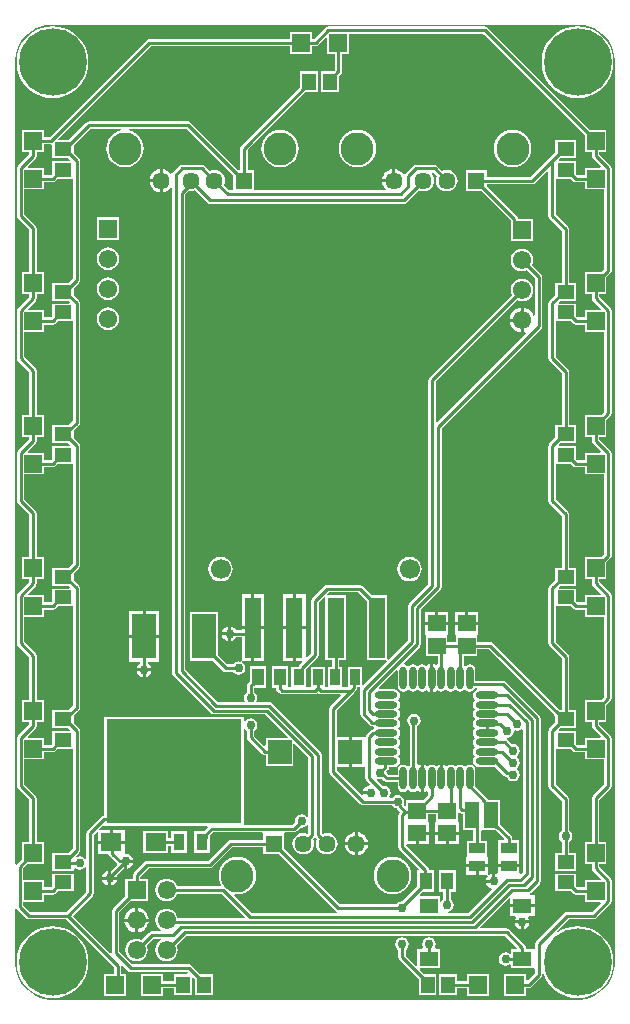
<source format=gtl>
G04*
G04 #@! TF.GenerationSoftware,Altium Limited,Altium Designer,22.3.1 (43)*
G04*
G04 Layer_Physical_Order=1*
G04 Layer_Color=255*
%FSLAX24Y24*%
%MOIN*%
G70*
G04*
G04 #@! TF.SameCoordinates,79C3986D-5B2C-41C9-8E5D-3D0232DA578A*
G04*
G04*
G04 #@! TF.FilePolarity,Positive*
G04*
G01*
G75*
%ADD13C,0.0100*%
%ADD16R,0.0551X0.2008*%
%ADD17O,0.0236X0.0768*%
%ADD18O,0.0768X0.0236*%
%ADD19R,0.0413X0.0571*%
%ADD20R,0.0787X0.0787*%
%ADD21R,0.0591X0.0591*%
%ADD22R,0.0571X0.0453*%
%ADD23R,0.0453X0.0571*%
%ADD24R,0.0591X0.0591*%
%ADD25R,0.0819X0.1500*%
%ADD26R,0.4500X0.3500*%
%ADD27R,0.0689X0.0591*%
%ADD28R,0.0374X0.0571*%
%ADD29R,0.0453X0.0866*%
%ADD30R,0.0591X0.0551*%
%ADD31R,0.0531X0.0374*%
%ADD32R,0.0335X0.0531*%
%ADD33R,0.0610X0.0512*%
%ADD49C,0.0669*%
%ADD50R,0.0610X0.0610*%
%ADD51C,0.0610*%
%ADD52C,0.1102*%
%ADD53C,0.0571*%
%ADD54R,0.0571X0.0571*%
%ADD55C,0.2250*%
%ADD56C,0.0300*%
G36*
X27735Y37572D02*
Y37015D01*
X27978D01*
Y36880D01*
X27987Y36834D01*
X28013Y36794D01*
X28276Y36532D01*
X28257Y36485D01*
X27735D01*
Y36242D01*
X27495D01*
X27455Y36282D01*
Y36702D01*
X26887D01*
X26868Y36748D01*
X26918Y36798D01*
X27455D01*
Y37391D01*
X26745D01*
Y36971D01*
X26563Y36790D01*
X26563Y36790D01*
X25945Y36172D01*
X24483D01*
Y36405D01*
X23773D01*
Y35694D01*
X24310D01*
X25273Y34732D01*
Y34655D01*
X25275Y34643D01*
Y34025D01*
X26025D01*
Y34775D01*
X25517D01*
Y34783D01*
X25508Y34829D01*
X25481Y34869D01*
X24483Y35867D01*
Y35927D01*
X25996D01*
X26043Y35937D01*
X26083Y35963D01*
X26481Y36362D01*
X26528Y36343D01*
Y34882D01*
X26537Y34835D01*
X26563Y34795D01*
X26978Y34381D01*
Y32641D01*
X26745D01*
Y32221D01*
X26563Y32040D01*
X26537Y32000D01*
X26528Y31954D01*
Y30132D01*
X26537Y30085D01*
X26563Y30045D01*
X26978Y29631D01*
Y27891D01*
X26745D01*
Y27471D01*
X26563Y27290D01*
X26537Y27250D01*
X26528Y27204D01*
Y25382D01*
X26537Y25335D01*
X26563Y25295D01*
X26978Y24881D01*
Y23141D01*
X26745D01*
Y22721D01*
X26563Y22540D01*
X26537Y22500D01*
X26528Y22454D01*
Y20632D01*
X26537Y20585D01*
X26563Y20545D01*
X26978Y20131D01*
Y18391D01*
X26918D01*
X24672Y20637D01*
X24632Y20663D01*
X24585Y20672D01*
X24165D01*
X24165Y20885D01*
X24195Y20922D01*
X24195Y20933D01*
Y21248D01*
X23405D01*
X23405Y20922D01*
X23435Y20885D01*
X23435Y20872D01*
Y20672D01*
X23165D01*
X23165Y20885D01*
X23195Y20922D01*
X23195Y20933D01*
Y21248D01*
X22405D01*
X22405Y20922D01*
X22435Y20885D01*
X22435Y20872D01*
Y20204D01*
X22835D01*
Y19928D01*
X22832Y19925D01*
X22785Y19906D01*
X22728Y19944D01*
X22693Y19951D01*
Y19473D01*
Y18995D01*
X22728Y19002D01*
X22800Y19050D01*
X22804Y19057D01*
X22822Y19072D01*
X22884Y19030D01*
X22957Y19016D01*
X23031Y19030D01*
X23093Y19072D01*
X23137D01*
X23199Y19030D01*
X23272Y19016D01*
X23346Y19030D01*
X23397Y19064D01*
X23430Y19069D01*
X23463Y19064D01*
X23514Y19030D01*
X23587Y19016D01*
X23661Y19030D01*
X23712Y19064D01*
X23745Y19069D01*
X23778Y19064D01*
X23829Y19030D01*
X23902Y19016D01*
X23976Y19030D01*
X24038Y19072D01*
X24080Y19134D01*
X24080Y19135D01*
X24157D01*
X24162Y19085D01*
X24134Y19080D01*
X24072Y19038D01*
X24030Y18976D01*
X24016Y18902D01*
X24030Y18829D01*
X24064Y18778D01*
X24069Y18745D01*
X24064Y18712D01*
X24030Y18661D01*
X24016Y18587D01*
X24030Y18514D01*
X24064Y18463D01*
X24069Y18430D01*
X24064Y18397D01*
X24030Y18346D01*
X24016Y18272D01*
X24030Y18199D01*
X24072Y18137D01*
Y18093D01*
X24030Y18031D01*
X24016Y17957D01*
X24030Y17884D01*
X24064Y17833D01*
X24069Y17800D01*
X24064Y17767D01*
X24030Y17716D01*
X24016Y17643D01*
X24030Y17569D01*
X24064Y17518D01*
X24069Y17485D01*
X24064Y17452D01*
X24030Y17401D01*
X24016Y17328D01*
X24030Y17254D01*
X24064Y17203D01*
X24069Y17170D01*
X24064Y17137D01*
X24030Y17086D01*
X24016Y17013D01*
X24030Y16939D01*
X24064Y16888D01*
X24069Y16855D01*
X24064Y16822D01*
X24030Y16771D01*
X24016Y16698D01*
X24030Y16624D01*
X24072Y16562D01*
X24134Y16520D01*
X24207Y16506D01*
X24739D01*
X24755Y16509D01*
X25062Y16202D01*
X25102Y16175D01*
X25142Y16167D01*
X25143Y16164D01*
X25191Y16091D01*
X25264Y16043D01*
X25350Y16026D01*
X25436Y16043D01*
X25509Y16091D01*
X25557Y16164D01*
X25574Y16250D01*
X25557Y16336D01*
X25509Y16409D01*
X25484Y16425D01*
Y16475D01*
X25509Y16491D01*
X25557Y16564D01*
X25574Y16650D01*
X25557Y16736D01*
X25509Y16809D01*
X25484Y16825D01*
Y16875D01*
X25509Y16891D01*
X25557Y16964D01*
X25574Y17050D01*
X25557Y17136D01*
X25509Y17209D01*
X25436Y17257D01*
X25350Y17274D01*
X25307Y17266D01*
X25159Y17414D01*
X25140Y17427D01*
X25147Y17461D01*
X25155Y17477D01*
X25236Y17493D01*
X25309Y17541D01*
X25357Y17614D01*
X25371Y17685D01*
X25384Y17705D01*
X25421Y17722D01*
X25484Y17710D01*
X25570Y17727D01*
X25628Y17765D01*
X25678Y17745D01*
Y13001D01*
X25616Y12939D01*
X25566Y12959D01*
Y13159D01*
X25200D01*
X24834D01*
Y12971D01*
X24823Y12960D01*
X24784Y12938D01*
X24750Y12945D01*
Y12700D01*
X24700D01*
Y12650D01*
X24455D01*
X24464Y12602D01*
X24520Y12520D01*
X24602Y12464D01*
X24625Y12460D01*
X24639Y12412D01*
X23859Y11632D01*
X23188D01*
X23183Y11682D01*
X23236Y11693D01*
X23309Y11741D01*
X23357Y11814D01*
X23374Y11900D01*
X23357Y11986D01*
X23309Y12059D01*
X23272Y12083D01*
Y12345D01*
X23441D01*
Y13055D01*
X22887D01*
Y12345D01*
X23028D01*
Y12083D01*
X22991Y12059D01*
X22960Y12012D01*
X22910Y12027D01*
Y12212D01*
X22265D01*
X22246Y12258D01*
X22332Y12345D01*
X22713D01*
Y13055D01*
X22545D01*
Y13077D01*
X22536Y13124D01*
X22510Y13163D01*
X21797Y13876D01*
X21817Y13926D01*
X22100D01*
Y14302D01*
X22150D01*
Y14352D01*
X22545D01*
Y14678D01*
X22545D01*
X22515Y14704D01*
Y14928D01*
X22785D01*
X22785Y14715D01*
X22755Y14678D01*
X22755Y14667D01*
Y14352D01*
X23150D01*
X23545D01*
X23545Y14678D01*
X23515Y14715D01*
X23515Y14728D01*
Y14964D01*
X23524Y14967D01*
X23565Y14978D01*
X23599Y14956D01*
X23646Y14946D01*
X23698D01*
Y14397D01*
X24028D01*
Y14052D01*
X23814D01*
Y13542D01*
X23814Y13538D01*
X23806Y13492D01*
X23784D01*
Y13255D01*
X24150D01*
X24516D01*
Y13492D01*
X24494D01*
X24486Y13538D01*
X24486Y13542D01*
Y14052D01*
X24272D01*
Y14364D01*
X24309Y14397D01*
X24767D01*
X25057Y14107D01*
X25036Y14057D01*
X24864D01*
Y13546D01*
X24864Y13543D01*
X24856Y13496D01*
X24834D01*
Y13259D01*
X25200D01*
X25566D01*
Y13496D01*
X25544D01*
X25536Y13543D01*
X25536Y13546D01*
Y14057D01*
X25322D01*
Y14137D01*
X25313Y14184D01*
X25287Y14224D01*
X24907Y14603D01*
X24901Y14607D01*
Y15403D01*
X24527D01*
X24515Y15421D01*
X24091Y15845D01*
X24094Y15861D01*
Y16393D01*
X24080Y16466D01*
X24038Y16528D01*
X23976Y16570D01*
X23902Y16584D01*
X23829Y16570D01*
X23767Y16528D01*
X23723D01*
X23661Y16570D01*
X23587Y16584D01*
X23514Y16570D01*
X23452Y16528D01*
X23408D01*
X23346Y16570D01*
X23272Y16584D01*
X23199Y16570D01*
X23137Y16528D01*
X23119Y16543D01*
X23115Y16550D01*
X23043Y16598D01*
X23007Y16605D01*
Y16127D01*
X22907D01*
Y16605D01*
X22872Y16598D01*
X22800Y16550D01*
X22796Y16543D01*
X22778Y16528D01*
X22716Y16570D01*
X22643Y16584D01*
X22569Y16570D01*
X22507Y16528D01*
X22489Y16543D01*
X22485Y16550D01*
X22413Y16598D01*
X22378Y16605D01*
Y16127D01*
Y15649D01*
X22413Y15656D01*
X22470Y15694D01*
X22517Y15675D01*
X22520Y15672D01*
Y15574D01*
X22342Y15396D01*
X21785D01*
Y15230D01*
X21739Y15211D01*
X21699Y15251D01*
X21707Y15264D01*
X21724Y15350D01*
X21707Y15436D01*
X21659Y15509D01*
X21586Y15557D01*
X21500Y15574D01*
X21414Y15557D01*
X21341Y15509D01*
X21317Y15472D01*
X21256D01*
X21229Y15522D01*
X21257Y15564D01*
X21274Y15650D01*
X21257Y15736D01*
X21209Y15809D01*
X21136Y15857D01*
X21050Y15874D01*
X21007Y15866D01*
X20801Y16072D01*
X20830Y16113D01*
X20916Y16096D01*
X20994Y16111D01*
X21065Y16040D01*
X21104Y16014D01*
X21151Y16004D01*
X21506D01*
Y15861D01*
X21520Y15788D01*
X21562Y15725D01*
X21624Y15684D01*
X21698Y15669D01*
X21771Y15684D01*
X21833Y15725D01*
X21877D01*
X21939Y15684D01*
X22013Y15669D01*
X22086Y15684D01*
X22148Y15725D01*
X22166Y15710D01*
X22170Y15704D01*
X22242Y15656D01*
X22278Y15649D01*
Y16127D01*
Y16605D01*
X22242Y16598D01*
X22204Y16572D01*
X22154Y16599D01*
Y17855D01*
X22209Y17891D01*
X22257Y17964D01*
X22274Y18050D01*
X22257Y18136D01*
X22209Y18209D01*
X22136Y18257D01*
X22050Y18274D01*
X21964Y18257D01*
X21891Y18209D01*
X21843Y18136D01*
X21826Y18050D01*
X21843Y17964D01*
X21891Y17891D01*
X21909Y17880D01*
Y16550D01*
X21877Y16528D01*
X21833D01*
X21771Y16570D01*
X21698Y16584D01*
X21624Y16570D01*
X21562Y16528D01*
X21520Y16466D01*
X21506Y16393D01*
Y16249D01*
X21202D01*
X21139Y16312D01*
X21140Y16320D01*
X21132Y16359D01*
X21175Y16402D01*
X21201Y16441D01*
X21210Y16488D01*
Y16506D01*
X21393D01*
X21466Y16520D01*
X21528Y16562D01*
X21570Y16624D01*
X21584Y16698D01*
X21570Y16771D01*
X21536Y16822D01*
X21531Y16855D01*
X21536Y16888D01*
X21570Y16939D01*
X21584Y17013D01*
X21570Y17086D01*
X21536Y17137D01*
X21531Y17170D01*
X21536Y17203D01*
X21570Y17254D01*
X21584Y17328D01*
X21570Y17401D01*
X21536Y17452D01*
X21531Y17485D01*
X21536Y17518D01*
X21570Y17569D01*
X21584Y17643D01*
X21570Y17716D01*
X21536Y17767D01*
X21531Y17800D01*
X21536Y17833D01*
X21570Y17884D01*
X21584Y17957D01*
X21570Y18031D01*
X21528Y18093D01*
Y18137D01*
X21570Y18199D01*
X21584Y18272D01*
X21570Y18346D01*
X21536Y18397D01*
X21531Y18430D01*
X21536Y18463D01*
X21570Y18514D01*
X21584Y18587D01*
X21570Y18661D01*
X21536Y18712D01*
X21531Y18745D01*
X21536Y18778D01*
X21570Y18829D01*
X21584Y18902D01*
X21570Y18976D01*
X21528Y19038D01*
X21466Y19080D01*
X21393Y19094D01*
X20888D01*
X20867Y19144D01*
X21456Y19733D01*
X21506Y19712D01*
Y19207D01*
X21520Y19134D01*
X21562Y19072D01*
X21624Y19030D01*
X21698Y19016D01*
X21771Y19030D01*
X21822Y19064D01*
X21855Y19069D01*
X21888Y19064D01*
X21939Y19030D01*
X22013Y19016D01*
X22086Y19030D01*
X22148Y19072D01*
X22192D01*
X22254Y19030D01*
X22328Y19016D01*
X22401Y19030D01*
X22463Y19072D01*
X22481Y19057D01*
X22485Y19050D01*
X22557Y19002D01*
X22593Y18995D01*
Y19473D01*
Y19951D01*
X22557Y19944D01*
X22485Y19896D01*
X22481Y19890D01*
X22463Y19875D01*
X22401Y19916D01*
X22328Y19931D01*
X22254Y19916D01*
X22192Y19875D01*
X22148D01*
X22086Y19916D01*
X22013Y19931D01*
X21939Y19916D01*
X21888Y19882D01*
X21855Y19878D01*
X21822Y19882D01*
X21771Y19916D01*
X21720Y19926D01*
X21702Y19979D01*
X22237Y20513D01*
X22263Y20553D01*
X22272Y20600D01*
Y21759D01*
X22937Y22423D01*
X22963Y22463D01*
X22972Y22510D01*
Y27799D01*
X26287Y31113D01*
X26313Y31153D01*
X26322Y31200D01*
Y32850D01*
X26313Y32897D01*
X26287Y32937D01*
X25988Y33235D01*
X26015Y33302D01*
X26028Y33400D01*
X26015Y33498D01*
X25978Y33589D01*
X25918Y33668D01*
X25839Y33728D01*
X25748Y33765D01*
X25650Y33778D01*
X25552Y33765D01*
X25461Y33728D01*
X25382Y33668D01*
X25322Y33589D01*
X25285Y33498D01*
X25272Y33400D01*
X25285Y33302D01*
X25322Y33211D01*
X25382Y33132D01*
X25461Y33072D01*
X25552Y33035D01*
X25650Y33022D01*
X25748Y33035D01*
X25815Y33062D01*
X26078Y32799D01*
Y32409D01*
X26028Y32405D01*
X26015Y32498D01*
X25978Y32589D01*
X25918Y32668D01*
X25839Y32728D01*
X25748Y32765D01*
X25650Y32778D01*
X25552Y32765D01*
X25461Y32728D01*
X25382Y32668D01*
X25322Y32589D01*
X25285Y32498D01*
X25272Y32400D01*
X25285Y32302D01*
X25312Y32235D01*
X22563Y29487D01*
X22537Y29447D01*
X22528Y29400D01*
Y22601D01*
X21893Y21967D01*
X21867Y21927D01*
X21858Y21880D01*
Y20731D01*
X21213Y20086D01*
X21163Y20106D01*
Y22225D01*
X20644D01*
X20333Y22537D01*
X20293Y22563D01*
X20246Y22572D01*
X19150D01*
X19103Y22563D01*
X19063Y22537D01*
X18663Y22137D01*
X18637Y22097D01*
X18628Y22050D01*
Y20301D01*
X18483Y20156D01*
X18437Y20175D01*
Y21101D01*
X18111D01*
Y20047D01*
X18309D01*
X18328Y20001D01*
X18231Y19904D01*
X18204Y19864D01*
X18199Y19836D01*
X17963D01*
Y19172D01*
X17855D01*
Y19855D01*
X17302D01*
Y19145D01*
X17456D01*
Y19122D01*
X17465Y19075D01*
X17492Y19035D01*
X17563Y18963D01*
X17603Y18937D01*
X17650Y18928D01*
X18750D01*
X18797Y18937D01*
X18837Y18963D01*
X18843Y18970D01*
X18849Y18963D01*
X18889Y18937D01*
X18936Y18928D01*
X19589D01*
X19608Y18881D01*
X19263Y18537D01*
X19237Y18497D01*
X19228Y18450D01*
Y16350D01*
X19237Y16303D01*
X19263Y16263D01*
X20263Y15263D01*
X20303Y15237D01*
X20350Y15228D01*
X21317D01*
X21341Y15191D01*
X21414Y15143D01*
X21479Y15130D01*
X21489Y15115D01*
X21590Y15013D01*
X21563Y14987D01*
X21537Y14947D01*
X21528Y14900D01*
Y13850D01*
X21537Y13803D01*
X21563Y13763D01*
X22225Y13102D01*
X22206Y13055D01*
X22159D01*
Y12518D01*
X21663Y12022D01*
X21650Y12024D01*
X21564Y12007D01*
X21491Y11959D01*
X21467Y11922D01*
X19573D01*
X17727Y13768D01*
Y14306D01*
X17768Y14328D01*
X18050D01*
X18097Y14337D01*
X18137Y14363D01*
X18257Y14484D01*
X18300Y14476D01*
X18386Y14493D01*
X18459Y14541D01*
X18478Y14570D01*
X18528Y14555D01*
Y14317D01*
X18483Y14283D01*
X18449Y14297D01*
X18356Y14309D01*
X18264Y14297D01*
X18177Y14261D01*
X18103Y14204D01*
X18046Y14130D01*
X18010Y14043D01*
X17998Y13950D01*
X18010Y13858D01*
X18046Y13771D01*
X18103Y13697D01*
X18177Y13640D01*
X18264Y13604D01*
X18356Y13592D01*
X18449Y13604D01*
X18536Y13640D01*
X18610Y13697D01*
X18667Y13771D01*
X18703Y13858D01*
X18715Y13950D01*
X18703Y14043D01*
X18679Y14100D01*
X18717Y14138D01*
X18750Y14152D01*
X18783Y14138D01*
X18821Y14100D01*
X18797Y14043D01*
X18785Y13950D01*
X18797Y13858D01*
X18833Y13771D01*
X18890Y13697D01*
X18964Y13640D01*
X19051Y13604D01*
X19144Y13592D01*
X19236Y13604D01*
X19323Y13640D01*
X19397Y13697D01*
X19454Y13771D01*
X19490Y13858D01*
X19502Y13950D01*
X19490Y14043D01*
X19454Y14130D01*
X19397Y14204D01*
X19323Y14261D01*
X19236Y14297D01*
X19144Y14309D01*
X19051Y14297D01*
X19017Y14283D01*
X18972Y14317D01*
Y16916D01*
X18963Y16963D01*
X18937Y17003D01*
X17303Y18637D01*
X17263Y18663D01*
X17216Y18672D01*
X16819D01*
X16795Y18716D01*
X16807Y18734D01*
X16824Y18820D01*
X16807Y18906D01*
X16759Y18979D01*
X16722Y19003D01*
Y19145D01*
X17127D01*
Y19855D01*
X16573D01*
Y19352D01*
X16572Y19351D01*
X16513Y19293D01*
X16487Y19253D01*
X16478Y19206D01*
Y19003D01*
X16441Y18979D01*
X16393Y18906D01*
X16376Y18820D01*
X16393Y18734D01*
X16405Y18716D01*
X16381Y18672D01*
X15501D01*
X14422Y19751D01*
Y35589D01*
X14534Y35701D01*
X14606Y35691D01*
X14699Y35703D01*
X14756Y35727D01*
X15169Y35313D01*
X15209Y35287D01*
X15256Y35278D01*
X21707D01*
X21754Y35287D01*
X21793Y35313D01*
X22207Y35727D01*
X22264Y35703D01*
X22356Y35691D01*
X22449Y35703D01*
X22536Y35739D01*
X22610Y35796D01*
X22667Y35870D01*
X22703Y35957D01*
X22715Y36050D01*
X22703Y36142D01*
X22667Y36229D01*
X22632Y36274D01*
X22653Y36320D01*
X22696Y36324D01*
X22821Y36199D01*
X22797Y36142D01*
X22785Y36050D01*
X22797Y35957D01*
X22833Y35870D01*
X22890Y35796D01*
X22964Y35739D01*
X23051Y35703D01*
X23144Y35691D01*
X23236Y35703D01*
X23323Y35739D01*
X23397Y35796D01*
X23454Y35870D01*
X23490Y35957D01*
X23502Y36050D01*
X23490Y36142D01*
X23454Y36229D01*
X23397Y36303D01*
X23323Y36360D01*
X23236Y36396D01*
X23144Y36408D01*
X23051Y36396D01*
X22994Y36372D01*
X22825Y36542D01*
X22785Y36568D01*
X22738Y36577D01*
X22105D01*
X22058Y36568D01*
X22019Y36542D01*
X21778Y36301D01*
X21753Y36265D01*
X21745Y36261D01*
X21744Y36260D01*
X21699Y36256D01*
X21647Y36325D01*
X21566Y36386D01*
X21473Y36425D01*
X21422Y36432D01*
Y36050D01*
X21372D01*
Y36000D01*
X20990D01*
X20997Y35949D01*
X21035Y35855D01*
X21097Y35775D01*
X21104Y35770D01*
X21088Y35722D01*
X16733D01*
Y36405D01*
X16500D01*
Y37063D01*
X18432Y38995D01*
X18852D01*
Y39705D01*
X18259D01*
Y39168D01*
X16291Y37200D01*
X16265Y37160D01*
X16256Y37113D01*
Y36405D01*
X16196D01*
X14614Y37987D01*
X14574Y38013D01*
X14528Y38022D01*
X11215D01*
X11168Y38013D01*
X11128Y37987D01*
X10532Y37391D01*
X10203D01*
X10184Y37437D01*
X13275Y40528D01*
X17905D01*
Y40285D01*
X18635D01*
Y40528D01*
X18770D01*
X18816Y40537D01*
X18856Y40563D01*
X19118Y40826D01*
X19165Y40807D01*
Y40285D01*
X19408D01*
Y39745D01*
X19368Y39705D01*
X18948D01*
Y38995D01*
X19541D01*
Y39532D01*
X19616Y39608D01*
X19643Y39648D01*
X19652Y39694D01*
Y40285D01*
X19895D01*
Y40943D01*
X24364D01*
X27735Y37572D01*
D02*
G37*
G36*
X16023Y36232D02*
Y35722D01*
X15894D01*
X15716Y35900D01*
X15740Y35957D01*
X15752Y36050D01*
X15740Y36142D01*
X15704Y36229D01*
X15647Y36303D01*
X15573Y36360D01*
X15486Y36396D01*
X15394Y36408D01*
X15301Y36396D01*
X15244Y36372D01*
X15075Y36542D01*
X15035Y36568D01*
X14988Y36577D01*
X14305D01*
X14258Y36568D01*
X14219Y36542D01*
X14013Y36337D01*
X13987Y36297D01*
X13986Y36291D01*
X13932Y36278D01*
X13897Y36325D01*
X13816Y36386D01*
X13723Y36425D01*
X13672Y36432D01*
Y36050D01*
Y35667D01*
X13723Y35674D01*
X13816Y35713D01*
X13897Y35775D01*
X13928Y35815D01*
X13978Y35798D01*
Y19650D01*
X13987Y19603D01*
X14013Y19563D01*
X15283Y18293D01*
X15323Y18267D01*
X15370Y18258D01*
X17095D01*
X17843Y17510D01*
X17824Y17464D01*
X17105D01*
Y17233D01*
X17059Y17214D01*
X16722Y17551D01*
Y17717D01*
X16759Y17741D01*
X16807Y17814D01*
X16824Y17900D01*
X16807Y17986D01*
X16759Y18059D01*
X16686Y18107D01*
X16600Y18124D01*
X16514Y18107D01*
X16441Y18059D01*
X16420Y18027D01*
X16370Y18042D01*
Y18184D01*
X11730D01*
Y14881D01*
X11709D01*
X11662Y14872D01*
X11622Y14845D01*
X11163Y14387D01*
X11137Y14347D01*
X11128Y14300D01*
Y13445D01*
X11078Y13430D01*
X11059Y13459D01*
X10986Y13507D01*
X10900Y13524D01*
X10816Y13508D01*
X10812Y13510D01*
X10786Y13549D01*
X10887Y13649D01*
X10913Y13689D01*
X10922Y13735D01*
Y17704D01*
X10913Y17750D01*
X10887Y17790D01*
X10705Y17971D01*
Y18218D01*
X10887Y18399D01*
X10913Y18439D01*
X10922Y18485D01*
Y22454D01*
X10913Y22500D01*
X10887Y22540D01*
X10705Y22721D01*
Y22968D01*
X10887Y23149D01*
X10913Y23189D01*
X10922Y23235D01*
Y27204D01*
X10913Y27250D01*
X10887Y27290D01*
X10705Y27471D01*
Y27718D01*
X10887Y27899D01*
X10913Y27939D01*
X10922Y27985D01*
Y31954D01*
X10913Y32000D01*
X10887Y32040D01*
X10705Y32221D01*
Y32468D01*
X10887Y32649D01*
X10913Y32689D01*
X10922Y32735D01*
Y36704D01*
X10913Y36750D01*
X10887Y36790D01*
X10705Y36971D01*
Y37218D01*
X11265Y37778D01*
X12285D01*
X12292Y37729D01*
X12175Y37693D01*
X12067Y37636D01*
X11972Y37558D01*
X11894Y37463D01*
X11837Y37355D01*
X11801Y37238D01*
X11789Y37117D01*
X11801Y36995D01*
X11837Y36878D01*
X11894Y36770D01*
X11972Y36675D01*
X12067Y36598D01*
X12175Y36540D01*
X12292Y36504D01*
X12413Y36492D01*
X12535Y36504D01*
X12652Y36540D01*
X12760Y36598D01*
X12855Y36675D01*
X12932Y36770D01*
X12990Y36878D01*
X13026Y36995D01*
X13038Y37117D01*
X13026Y37238D01*
X12990Y37355D01*
X12932Y37463D01*
X12855Y37558D01*
X12760Y37636D01*
X12652Y37693D01*
X12535Y37729D01*
X12542Y37778D01*
X14477D01*
X16023Y36232D01*
D02*
G37*
G36*
X9995Y37226D02*
Y36798D01*
X10532D01*
X10582Y36748D01*
X10563Y36702D01*
X9995D01*
Y36282D01*
X9955Y36242D01*
X9715D01*
Y36485D01*
X9193D01*
X9174Y36532D01*
X9437Y36794D01*
X9463Y36834D01*
X9472Y36880D01*
Y37015D01*
X9715D01*
Y37258D01*
X9954D01*
X9956Y37258D01*
X9995Y37226D01*
D02*
G37*
G36*
X26078Y32391D02*
Y31557D01*
X26028Y31547D01*
X26004Y31604D01*
X25939Y31689D01*
X25854Y31754D01*
X25756Y31795D01*
X25700Y31802D01*
Y31400D01*
Y30998D01*
X25756Y31005D01*
X25766Y31009D01*
X25794Y30967D01*
X22819Y27992D01*
X22772Y28011D01*
Y29349D01*
X25485Y32062D01*
X25552Y32035D01*
X25650Y32022D01*
X25748Y32035D01*
X25839Y32072D01*
X25918Y32132D01*
X25978Y32211D01*
X26015Y32302D01*
X26028Y32395D01*
X26078Y32391D01*
D02*
G37*
G36*
X27358Y36034D02*
X27398Y36007D01*
X27444Y35998D01*
X27735D01*
Y35755D01*
X28393D01*
Y33096D01*
X28292Y32995D01*
X27735D01*
Y32265D01*
X27978D01*
Y32130D01*
X27987Y32084D01*
X28013Y32044D01*
X28276Y31782D01*
X28257Y31735D01*
X27735D01*
Y31492D01*
X27495D01*
X27455Y31532D01*
Y31952D01*
X26887D01*
X26868Y31998D01*
X26918Y32048D01*
X27455D01*
Y32641D01*
X27222D01*
Y34432D01*
X27213Y34479D01*
X27187Y34518D01*
X26772Y34932D01*
Y36109D01*
X27282D01*
X27358Y36034D01*
D02*
G37*
G36*
X10678Y32786D02*
X10532Y32641D01*
X9995D01*
Y32048D01*
X10532D01*
X10582Y31998D01*
X10563Y31952D01*
X9995D01*
Y31532D01*
X9955Y31492D01*
X9715D01*
Y31735D01*
X9193D01*
X9174Y31782D01*
X9437Y32044D01*
X9463Y32084D01*
X9472Y32130D01*
Y32265D01*
X9715D01*
Y32995D01*
X9472D01*
Y34462D01*
X9463Y34509D01*
X9437Y34549D01*
X9057Y34928D01*
Y35755D01*
X9715D01*
Y35998D01*
X10006D01*
X10052Y36007D01*
X10092Y36034D01*
X10168Y36109D01*
X10678D01*
Y32786D01*
D02*
G37*
G36*
X27358Y31284D02*
X27398Y31257D01*
X27444Y31248D01*
X27735D01*
Y31005D01*
X28393D01*
Y28346D01*
X28292Y28245D01*
X27735D01*
Y27515D01*
X27978D01*
Y27380D01*
X27987Y27334D01*
X28013Y27294D01*
X28276Y27032D01*
X28257Y26985D01*
X27735D01*
Y26742D01*
X27495D01*
X27455Y26782D01*
Y27202D01*
X26887D01*
X26868Y27248D01*
X26918Y27298D01*
X27455D01*
Y27891D01*
X27222D01*
Y29682D01*
X27213Y29729D01*
X27187Y29768D01*
X26772Y30182D01*
Y31359D01*
X27282D01*
X27358Y31284D01*
D02*
G37*
G36*
X10678Y28036D02*
X10532Y27891D01*
X9995D01*
Y27298D01*
X10532D01*
X10582Y27248D01*
X10563Y27202D01*
X9995D01*
Y26782D01*
X9955Y26742D01*
X9715D01*
Y26985D01*
X9193D01*
X9174Y27032D01*
X9437Y27294D01*
X9463Y27334D01*
X9472Y27380D01*
Y27515D01*
X9715D01*
Y28245D01*
X9472D01*
Y29712D01*
X9463Y29759D01*
X9437Y29799D01*
X9057Y30178D01*
Y31005D01*
X9715D01*
Y31248D01*
X10006D01*
X10052Y31257D01*
X10092Y31284D01*
X10168Y31359D01*
X10678D01*
Y28036D01*
D02*
G37*
G36*
X27358Y26534D02*
X27398Y26507D01*
X27444Y26498D01*
X27735D01*
Y26255D01*
X28393D01*
Y23596D01*
X28292Y23495D01*
X27735D01*
Y22765D01*
X27978D01*
Y22630D01*
X27987Y22584D01*
X28013Y22544D01*
X28276Y22282D01*
X28257Y22235D01*
X27735D01*
Y21992D01*
X27495D01*
X27455Y22032D01*
Y22452D01*
X26887D01*
X26868Y22498D01*
X26918Y22548D01*
X27455D01*
Y23141D01*
X27222D01*
Y24932D01*
X27213Y24979D01*
X27187Y25018D01*
X26772Y25432D01*
Y26609D01*
X27282D01*
X27358Y26534D01*
D02*
G37*
G36*
X10678Y23286D02*
X10532Y23141D01*
X9995D01*
Y22548D01*
X10532D01*
X10582Y22498D01*
X10563Y22452D01*
X9995D01*
Y22032D01*
X9955Y21992D01*
X9715D01*
Y22235D01*
X9193D01*
X9174Y22282D01*
X9437Y22544D01*
X9463Y22584D01*
X9472Y22630D01*
Y22765D01*
X9715D01*
Y23495D01*
X9472D01*
Y24962D01*
X9463Y25009D01*
X9437Y25049D01*
X9057Y25428D01*
Y26255D01*
X9715D01*
Y26498D01*
X10006D01*
X10052Y26507D01*
X10092Y26534D01*
X10168Y26609D01*
X10678D01*
Y23286D01*
D02*
G37*
G36*
X20471Y22052D02*
Y20077D01*
X21133D01*
X21154Y20027D01*
X20358Y19231D01*
X20312Y19250D01*
Y19836D01*
X19837D01*
Y19172D01*
X19663D01*
Y19836D01*
X19561D01*
Y20077D01*
X19785D01*
Y22225D01*
X19163D01*
X19144Y22271D01*
X19201Y22328D01*
X20196D01*
X20471Y22052D01*
D02*
G37*
G36*
X19093Y22155D02*
Y20077D01*
X19317D01*
Y19836D01*
X19188D01*
Y19172D01*
X19087D01*
Y19836D01*
X18612D01*
Y19172D01*
X18437D01*
Y19605D01*
X18440Y19617D01*
Y19767D01*
X18837Y20163D01*
X18863Y20203D01*
X18872Y20250D01*
Y21999D01*
X19047Y22174D01*
X19093Y22155D01*
D02*
G37*
G36*
X27358Y21784D02*
X27398Y21757D01*
X27444Y21748D01*
X27735D01*
Y21505D01*
X28393D01*
Y18846D01*
X28292Y18745D01*
X27735D01*
Y18015D01*
X27978D01*
Y17880D01*
X27987Y17834D01*
X28013Y17794D01*
X28276Y17532D01*
X28257Y17485D01*
X27735D01*
Y17242D01*
X27495D01*
X27455Y17282D01*
Y17702D01*
X26887D01*
X26868Y17748D01*
X26918Y17798D01*
X27455D01*
Y18391D01*
X27222D01*
Y20182D01*
X27213Y20229D01*
X27187Y20268D01*
X26772Y20682D01*
Y21859D01*
X27282D01*
X27358Y21784D01*
D02*
G37*
G36*
X10678Y18536D02*
X10532Y18391D01*
X9995D01*
Y17798D01*
X10532D01*
X10582Y17748D01*
X10563Y17702D01*
X9995D01*
Y17282D01*
X9955Y17242D01*
X9715D01*
Y17485D01*
X9193D01*
X9174Y17532D01*
X9437Y17794D01*
X9463Y17834D01*
X9472Y17880D01*
Y18015D01*
X9715D01*
Y18745D01*
X9472D01*
Y20212D01*
X9463Y20259D01*
X9437Y20299D01*
X9057Y20678D01*
Y21505D01*
X9715D01*
Y21748D01*
X10006D01*
X10052Y21757D01*
X10092Y21784D01*
X10168Y21859D01*
X10678D01*
Y18536D01*
D02*
G37*
G36*
X20264Y19114D02*
X20258Y19080D01*
Y18270D01*
X20267Y18223D01*
X20293Y18183D01*
X20580Y17897D01*
X20620Y17871D01*
X20666Y17861D01*
X20699D01*
X20718Y17833D01*
X20722Y17806D01*
X20687Y17760D01*
X20640Y17750D01*
X20601Y17724D01*
X20463Y17587D01*
X20437Y17547D01*
X20435Y17539D01*
X20425Y17494D01*
X19981D01*
Y17000D01*
Y16506D01*
X20425D01*
X20428Y16457D01*
Y16150D01*
X20437Y16103D01*
X20463Y16063D01*
X20576Y15951D01*
X20559Y15897D01*
X20502Y15885D01*
X20420Y15830D01*
X20364Y15748D01*
X20355Y15700D01*
X20600D01*
Y15600D01*
X20355D01*
X20358Y15586D01*
X20312Y15561D01*
X19472Y16401D01*
Y16506D01*
X19881D01*
Y17000D01*
Y17494D01*
X19472D01*
Y18399D01*
X20037Y18963D01*
X20037Y18963D01*
X20129Y19056D01*
X20156Y19096D01*
X20165Y19143D01*
Y19164D01*
X20236D01*
X20264Y19114D01*
D02*
G37*
G36*
X16441Y17741D02*
X16478Y17717D01*
Y17500D01*
X16487Y17453D01*
X16513Y17413D01*
X16997Y16930D01*
X17037Y16903D01*
X17084Y16894D01*
X17105D01*
Y16536D01*
X18033D01*
Y17255D01*
X18079Y17274D01*
X18528Y16825D01*
Y14845D01*
X18478Y14830D01*
X18459Y14859D01*
X18386Y14907D01*
X18300Y14924D01*
X18214Y14907D01*
X18141Y14859D01*
X18093Y14786D01*
X18076Y14700D01*
X18084Y14657D01*
X17999Y14572D01*
X16370D01*
Y17758D01*
X16420Y17773D01*
X16441Y17741D01*
D02*
G37*
G36*
X11730Y14544D02*
Y14544D01*
X15150D01*
X15171Y14494D01*
X15034Y14357D01*
X15033Y14355D01*
X14727D01*
Y13645D01*
X15241D01*
Y14125D01*
X15243Y14137D01*
Y14220D01*
X15351Y14328D01*
X16976D01*
X17017Y14306D01*
Y14073D01*
X15943D01*
X15896Y14063D01*
X15856Y14037D01*
X15192Y13372D01*
X13150D01*
X13103Y13363D01*
X13063Y13337D01*
X12713Y12987D01*
X12687Y12947D01*
X12678Y12900D01*
Y12775D01*
X12425D01*
Y12198D01*
X12013Y11787D01*
X11987Y11747D01*
X11978Y11700D01*
Y10316D01*
X11936Y10295D01*
X11929Y10294D01*
X10673Y11550D01*
X11337Y12213D01*
X11363Y12253D01*
X11372Y12300D01*
Y14249D01*
X11471Y14348D01*
X11517Y14329D01*
Y14050D01*
X11912D01*
Y14395D01*
X11584D01*
X11565Y14441D01*
X11685Y14562D01*
X11730Y14544D01*
D02*
G37*
G36*
X26745Y18218D02*
Y17971D01*
X26563Y17790D01*
X26537Y17750D01*
X26528Y17704D01*
Y15882D01*
X26537Y15835D01*
X26563Y15795D01*
X26978Y15381D01*
Y14383D01*
X26941Y14359D01*
X26893Y14286D01*
X26876Y14200D01*
X26893Y14114D01*
X26941Y14041D01*
X26978Y14017D01*
Y13641D01*
X26745D01*
Y13048D01*
X27455D01*
Y13641D01*
X27222D01*
Y14017D01*
X27259Y14041D01*
X27307Y14114D01*
X27324Y14200D01*
X27307Y14286D01*
X27259Y14359D01*
X27222Y14383D01*
Y15432D01*
X27213Y15479D01*
X27187Y15518D01*
X26772Y15932D01*
Y17109D01*
X27282D01*
X27358Y17034D01*
X27398Y17007D01*
X27444Y16998D01*
X27735D01*
Y16755D01*
X28393D01*
Y15928D01*
X28013Y15549D01*
X27987Y15509D01*
X27978Y15462D01*
Y13995D01*
X27735D01*
Y13265D01*
X27978D01*
Y13130D01*
X27987Y13084D01*
X28013Y13044D01*
X28276Y12782D01*
X28257Y12735D01*
X27735D01*
Y12492D01*
X27495D01*
X27455Y12532D01*
Y12952D01*
X26745D01*
Y12359D01*
X27282D01*
X27358Y12284D01*
X27398Y12257D01*
X27444Y12248D01*
X27735D01*
Y12005D01*
X28257D01*
X28276Y11959D01*
X27989Y11672D01*
X27150D01*
X27103Y11663D01*
X27063Y11637D01*
X26113Y10687D01*
X26087Y10647D01*
X26078Y10600D01*
Y10470D01*
X26040Y10440D01*
X25787D01*
Y10485D01*
X25778Y10532D01*
X25751Y10572D01*
X25237Y11087D01*
X25197Y11113D01*
X25150Y11122D01*
X24261D01*
X24242Y11169D01*
X25214Y12141D01*
X25260Y12121D01*
Y11936D01*
X26070D01*
Y12242D01*
X25912D01*
X25905Y12262D01*
X25904Y12292D01*
X25937Y12313D01*
X26237Y12613D01*
X26263Y12653D01*
X26272Y12700D01*
Y18131D01*
X26263Y18178D01*
X26237Y18217D01*
X25110Y19344D01*
X25070Y19371D01*
X25023Y19380D01*
X24094D01*
Y19739D01*
X24080Y19812D01*
X24038Y19875D01*
X23976Y19916D01*
X23902Y19931D01*
X23829Y19916D01*
X23778Y19882D01*
X23758Y19879D01*
X23710Y19911D01*
Y20204D01*
X24165D01*
Y20428D01*
X24535D01*
X26745Y18218D01*
D02*
G37*
G36*
X27744Y41229D02*
X27903Y41186D01*
X28054Y41123D01*
X28196Y41042D01*
X28326Y40942D01*
X28442Y40826D01*
X28542Y40696D01*
X28623Y40554D01*
X28686Y40403D01*
X28729Y40244D01*
X28750Y40082D01*
Y40000D01*
Y10000D01*
Y9918D01*
X28729Y9756D01*
X28686Y9597D01*
X28623Y9446D01*
X28542Y9304D01*
X28442Y9174D01*
X28326Y9058D01*
X28196Y8958D01*
X28054Y8877D01*
X27903Y8814D01*
X27744Y8771D01*
X27582Y8750D01*
X9918D01*
X9756Y8771D01*
X9597Y8814D01*
X9446Y8877D01*
X9304Y8958D01*
X9174Y9058D01*
X9058Y9174D01*
X8958Y9304D01*
X8877Y9446D01*
X8814Y9597D01*
X8771Y9756D01*
X8750Y9918D01*
Y10000D01*
Y11768D01*
X8800Y11784D01*
X8813Y11763D01*
X9113Y11463D01*
X9153Y11437D01*
X9200Y11428D01*
X10449D01*
X12048Y9829D01*
Y9615D01*
X11705D01*
Y8885D01*
X12435D01*
Y9615D01*
X12292D01*
Y9864D01*
X12334Y9885D01*
X12341Y9886D01*
X12513Y9713D01*
X12553Y9687D01*
X12600Y9678D01*
X14490D01*
X14507Y9655D01*
X14482Y9605D01*
X14059D01*
Y9372D01*
X13695D01*
Y9615D01*
X12965D01*
Y8885D01*
X13695D01*
Y9128D01*
X14059D01*
Y8895D01*
X14652D01*
Y9463D01*
X14698Y9482D01*
X14748Y9432D01*
Y8895D01*
X15341D01*
Y9605D01*
X14921D01*
X14640Y9887D01*
X14600Y9913D01*
X14554Y9922D01*
X12651D01*
X12222Y10351D01*
Y11649D01*
X12598Y12025D01*
X13175D01*
Y12775D01*
X12922D01*
Y12849D01*
X13201Y13128D01*
X15243D01*
X15289Y13137D01*
X15329Y13163D01*
X15994Y13828D01*
X17017D01*
Y13595D01*
X17554D01*
X19436Y11713D01*
X19476Y11687D01*
X19499Y11682D01*
X19494Y11632D01*
X16638D01*
X16051Y12220D01*
X16073Y12268D01*
X16163Y12259D01*
X16285Y12271D01*
X16402Y12307D01*
X16510Y12364D01*
X16605Y12442D01*
X16682Y12537D01*
X16740Y12645D01*
X16776Y12762D01*
X16788Y12883D01*
X16776Y13005D01*
X16740Y13122D01*
X16682Y13230D01*
X16605Y13325D01*
X16510Y13402D01*
X16402Y13460D01*
X16285Y13496D01*
X16163Y13508D01*
X16042Y13496D01*
X15925Y13460D01*
X15817Y13402D01*
X15722Y13325D01*
X15644Y13230D01*
X15587Y13122D01*
X15551Y13005D01*
X15539Y12883D01*
X15551Y12762D01*
X15587Y12645D01*
X15625Y12572D01*
X15595Y12522D01*
X14155D01*
X14128Y12589D01*
X14068Y12668D01*
X13989Y12728D01*
X13898Y12765D01*
X13800Y12778D01*
X13702Y12765D01*
X13611Y12728D01*
X13532Y12668D01*
X13472Y12589D01*
X13435Y12498D01*
X13422Y12400D01*
X13435Y12302D01*
X13472Y12211D01*
X13532Y12132D01*
X13611Y12072D01*
X13702Y12035D01*
X13800Y12022D01*
X13898Y12035D01*
X13989Y12072D01*
X14068Y12132D01*
X14128Y12211D01*
X14155Y12278D01*
X15647D01*
X16416Y11509D01*
X16397Y11462D01*
X14170D01*
X14165Y11498D01*
X14128Y11589D01*
X14068Y11668D01*
X13989Y11728D01*
X13898Y11765D01*
X13800Y11778D01*
X13702Y11765D01*
X13611Y11728D01*
X13532Y11668D01*
X13472Y11589D01*
X13435Y11498D01*
X13422Y11400D01*
X13435Y11302D01*
X13472Y11211D01*
X13532Y11132D01*
X13611Y11072D01*
X13601Y11022D01*
X13300D01*
X13253Y11013D01*
X13213Y10987D01*
X12965Y10738D01*
X12898Y10765D01*
X12800Y10778D01*
X12702Y10765D01*
X12611Y10728D01*
X12532Y10668D01*
X12472Y10589D01*
X12435Y10498D01*
X12422Y10400D01*
X12435Y10302D01*
X12472Y10211D01*
X12532Y10132D01*
X12611Y10072D01*
X12702Y10035D01*
X12800Y10022D01*
X12898Y10035D01*
X12989Y10072D01*
X13068Y10132D01*
X13128Y10211D01*
X13165Y10302D01*
X13178Y10400D01*
X13165Y10498D01*
X13138Y10565D01*
X13351Y10778D01*
X13601D01*
X13611Y10728D01*
X13532Y10668D01*
X13472Y10589D01*
X13435Y10498D01*
X13422Y10400D01*
X13435Y10302D01*
X13472Y10211D01*
X13532Y10132D01*
X13611Y10072D01*
X13702Y10035D01*
X13800Y10022D01*
X13898Y10035D01*
X13989Y10072D01*
X14068Y10132D01*
X14128Y10211D01*
X14165Y10302D01*
X14178Y10400D01*
X14165Y10498D01*
X14138Y10565D01*
X14451Y10878D01*
X21969D01*
X21969Y10878D01*
X23101D01*
X23102Y10878D01*
X25099D01*
X25491Y10486D01*
X25472Y10440D01*
X25290D01*
Y10295D01*
X25240Y10271D01*
X25186Y10307D01*
X25100Y10324D01*
X25014Y10307D01*
X24941Y10259D01*
X24893Y10186D01*
X24876Y10100D01*
X24893Y10014D01*
X24941Y9941D01*
X25014Y9893D01*
X25100Y9876D01*
X25186Y9893D01*
X25240Y9929D01*
X25290Y9905D01*
Y9788D01*
X26040D01*
X26078Y9758D01*
Y9625D01*
X25845Y9393D01*
X25795Y9414D01*
Y9615D01*
X25065D01*
Y8885D01*
X25795D01*
Y9128D01*
X25875D01*
X25922Y9137D01*
X25962Y9163D01*
X26287Y9488D01*
X26313Y9528D01*
X26322Y9575D01*
Y9590D01*
X26372Y9600D01*
X26432Y9456D01*
X26530Y9295D01*
X26652Y9152D01*
X26795Y9030D01*
X26956Y8932D01*
X27130Y8860D01*
X27312Y8816D01*
X27500Y8801D01*
X27688Y8816D01*
X27870Y8860D01*
X28044Y8932D01*
X28205Y9030D01*
X28348Y9152D01*
X28470Y9295D01*
X28568Y9456D01*
X28640Y9630D01*
X28684Y9812D01*
X28699Y10000D01*
X28684Y10188D01*
X28640Y10370D01*
X28568Y10544D01*
X28470Y10705D01*
X28348Y10848D01*
X28205Y10970D01*
X28044Y11068D01*
X27870Y11140D01*
X27688Y11184D01*
X27500Y11199D01*
X27312Y11184D01*
X27130Y11140D01*
X26956Y11068D01*
X26842Y10998D01*
X26811Y11038D01*
X27201Y11428D01*
X28040D01*
X28087Y11437D01*
X28127Y11463D01*
X28602Y11939D01*
X28628Y11978D01*
X28638Y12025D01*
Y12715D01*
X28628Y12762D01*
X28602Y12802D01*
X28222Y13181D01*
Y13265D01*
X28465D01*
Y13995D01*
X28222D01*
Y15412D01*
X28602Y15791D01*
X28628Y15831D01*
X28638Y15878D01*
Y17465D01*
X28628Y17512D01*
X28602Y17552D01*
X28222Y17931D01*
Y18015D01*
X28465D01*
Y18572D01*
X28602Y18709D01*
X28628Y18748D01*
X28638Y18795D01*
Y22215D01*
X28628Y22262D01*
X28602Y22302D01*
X28222Y22681D01*
Y22765D01*
X28465D01*
Y23322D01*
X28602Y23459D01*
X28628Y23498D01*
X28638Y23545D01*
Y26965D01*
X28628Y27012D01*
X28602Y27052D01*
X28222Y27431D01*
Y27515D01*
X28465D01*
Y28072D01*
X28602Y28209D01*
X28628Y28248D01*
X28638Y28295D01*
Y31715D01*
X28628Y31762D01*
X28602Y31802D01*
X28222Y32181D01*
Y32265D01*
X28465D01*
Y32822D01*
X28602Y32959D01*
X28628Y32998D01*
X28638Y33045D01*
Y36465D01*
X28628Y36512D01*
X28602Y36552D01*
X28222Y36931D01*
Y37015D01*
X28465D01*
Y37745D01*
X27908D01*
X24501Y41152D01*
X24461Y41178D01*
X24415Y41188D01*
X19185D01*
X19138Y41178D01*
X19098Y41152D01*
X18719Y40772D01*
X18635D01*
Y41015D01*
X17905D01*
Y40772D01*
X13224D01*
X13177Y40763D01*
X13137Y40737D01*
X9903Y37502D01*
X9715D01*
Y37745D01*
X8985D01*
Y37015D01*
X9228D01*
Y36931D01*
X8848Y36552D01*
X8822Y36512D01*
X8812Y36465D01*
Y34878D01*
X8822Y34831D01*
X8848Y34791D01*
X9228Y34412D01*
Y32995D01*
X8985D01*
Y32265D01*
X9228D01*
Y32181D01*
X8848Y31802D01*
X8822Y31762D01*
X8812Y31715D01*
Y30128D01*
X8822Y30081D01*
X8848Y30041D01*
X9228Y29662D01*
Y28245D01*
X8985D01*
Y27515D01*
X9228D01*
Y27431D01*
X8848Y27052D01*
X8822Y27012D01*
X8812Y26965D01*
Y25378D01*
X8822Y25331D01*
X8848Y25291D01*
X9228Y24912D01*
Y23495D01*
X8985D01*
Y22765D01*
X9228D01*
Y22681D01*
X8848Y22302D01*
X8822Y22262D01*
X8812Y22215D01*
Y20628D01*
X8822Y20581D01*
X8848Y20541D01*
X9228Y20162D01*
Y18745D01*
X8985D01*
Y18015D01*
X9228D01*
Y17931D01*
X8848Y17552D01*
X8822Y17512D01*
X8812Y17465D01*
Y15878D01*
X8822Y15831D01*
X8848Y15791D01*
X9228Y15412D01*
Y13995D01*
X8985D01*
Y13438D01*
X8813Y13266D01*
X8800Y13246D01*
X8750Y13261D01*
Y40000D01*
Y40082D01*
X8771Y40244D01*
X8814Y40403D01*
X8877Y40554D01*
X8958Y40696D01*
X9058Y40826D01*
X9174Y40942D01*
X9304Y41042D01*
X9446Y41123D01*
X9597Y41186D01*
X9756Y41229D01*
X9918Y41250D01*
X27582D01*
X27744Y41229D01*
D02*
G37*
G36*
X10678Y13786D02*
X10532Y13641D01*
X9995D01*
Y13048D01*
X10705D01*
Y13110D01*
X10710Y13114D01*
X10755Y13132D01*
X10814Y13093D01*
X10900Y13076D01*
X10986Y13093D01*
X11059Y13141D01*
X11078Y13170D01*
X11128Y13155D01*
Y12351D01*
X10449Y11672D01*
X9251D01*
X9022Y11901D01*
Y12005D01*
X9715D01*
Y12248D01*
X10006D01*
X10052Y12257D01*
X10092Y12284D01*
X10168Y12359D01*
X10705D01*
Y12952D01*
X9995D01*
Y12532D01*
X9955Y12492D01*
X9715D01*
Y12735D01*
X9022D01*
Y13129D01*
X9158Y13265D01*
X9715D01*
Y13995D01*
X9472D01*
Y15462D01*
X9463Y15509D01*
X9437Y15549D01*
X9057Y15928D01*
Y16755D01*
X9715D01*
Y16998D01*
X10006D01*
X10052Y17007D01*
X10092Y17034D01*
X10168Y17109D01*
X10678D01*
Y13786D01*
D02*
G37*
%LPC*%
G36*
X25337Y37741D02*
X25215Y37729D01*
X25098Y37693D01*
X24990Y37636D01*
X24895Y37558D01*
X24818Y37463D01*
X24760Y37355D01*
X24724Y37238D01*
X24712Y37117D01*
X24724Y36995D01*
X24760Y36878D01*
X24818Y36770D01*
X24895Y36675D01*
X24990Y36598D01*
X25098Y36540D01*
X25215Y36504D01*
X25337Y36492D01*
X25458Y36504D01*
X25575Y36540D01*
X25683Y36598D01*
X25778Y36675D01*
X25856Y36770D01*
X25913Y36878D01*
X25949Y36995D01*
X25961Y37117D01*
X25949Y37238D01*
X25913Y37355D01*
X25856Y37463D01*
X25778Y37558D01*
X25683Y37636D01*
X25575Y37693D01*
X25458Y37729D01*
X25337Y37741D01*
D02*
G37*
G36*
X20163D02*
X20042Y37729D01*
X19925Y37693D01*
X19817Y37636D01*
X19722Y37558D01*
X19644Y37463D01*
X19587Y37355D01*
X19551Y37238D01*
X19539Y37117D01*
X19551Y36995D01*
X19587Y36878D01*
X19644Y36770D01*
X19722Y36675D01*
X19817Y36598D01*
X19925Y36540D01*
X20042Y36504D01*
X20163Y36492D01*
X20285Y36504D01*
X20402Y36540D01*
X20510Y36598D01*
X20605Y36675D01*
X20682Y36770D01*
X20740Y36878D01*
X20776Y36995D01*
X20788Y37117D01*
X20776Y37238D01*
X20740Y37355D01*
X20682Y37463D01*
X20605Y37558D01*
X20510Y37636D01*
X20402Y37693D01*
X20285Y37729D01*
X20163Y37741D01*
D02*
G37*
G36*
X17587D02*
X17465Y37729D01*
X17348Y37693D01*
X17240Y37636D01*
X17145Y37558D01*
X17068Y37463D01*
X17010Y37355D01*
X16974Y37238D01*
X16962Y37117D01*
X16974Y36995D01*
X17010Y36878D01*
X17068Y36770D01*
X17145Y36675D01*
X17240Y36598D01*
X17348Y36540D01*
X17465Y36504D01*
X17587Y36492D01*
X17708Y36504D01*
X17825Y36540D01*
X17933Y36598D01*
X18028Y36675D01*
X18106Y36770D01*
X18163Y36878D01*
X18199Y36995D01*
X18211Y37117D01*
X18199Y37238D01*
X18163Y37355D01*
X18106Y37463D01*
X18028Y37558D01*
X17933Y37636D01*
X17825Y37693D01*
X17708Y37729D01*
X17587Y37741D01*
D02*
G37*
G36*
X21322Y36432D02*
X21271Y36425D01*
X21178Y36386D01*
X21097Y36325D01*
X21035Y36244D01*
X20997Y36150D01*
X20990Y36100D01*
X21322D01*
Y36432D01*
D02*
G37*
G36*
X21900Y23508D02*
X21794Y23494D01*
X21696Y23453D01*
X21611Y23389D01*
X21546Y23304D01*
X21505Y23206D01*
X21491Y23100D01*
X21505Y22994D01*
X21546Y22896D01*
X21611Y22811D01*
X21696Y22747D01*
X21794Y22706D01*
X21900Y22692D01*
X22005Y22706D01*
X22104Y22747D01*
X22188Y22811D01*
X22253Y22896D01*
X22294Y22994D01*
X22308Y23100D01*
X22294Y23206D01*
X22253Y23304D01*
X22188Y23389D01*
X22104Y23453D01*
X22005Y23494D01*
X21900Y23508D01*
D02*
G37*
G36*
X15600D02*
X15495Y23494D01*
X15396Y23453D01*
X15312Y23389D01*
X15247Y23304D01*
X15206Y23206D01*
X15192Y23100D01*
X15206Y22994D01*
X15247Y22896D01*
X15312Y22811D01*
X15396Y22747D01*
X15495Y22706D01*
X15600Y22692D01*
X15706Y22706D01*
X15804Y22747D01*
X15889Y22811D01*
X15954Y22896D01*
X15995Y22994D01*
X16009Y23100D01*
X15995Y23206D01*
X15954Y23304D01*
X15889Y23389D01*
X15804Y23453D01*
X15706Y23494D01*
X15600Y23508D01*
D02*
G37*
G36*
X24195Y21674D02*
X23850D01*
Y21348D01*
X24195D01*
Y21674D01*
D02*
G37*
G36*
X23750D02*
X23405D01*
Y21348D01*
X23750D01*
Y21674D01*
D02*
G37*
G36*
X23195D02*
X22850D01*
Y21348D01*
X23195D01*
Y21674D01*
D02*
G37*
G36*
X22750D02*
X22405D01*
Y21348D01*
X22750D01*
Y21674D01*
D02*
G37*
G36*
X17059Y22255D02*
X16733D01*
Y21201D01*
X17059D01*
Y22255D01*
D02*
G37*
G36*
X18437D02*
X18111D01*
Y21201D01*
X18437D01*
Y22255D01*
D02*
G37*
G36*
X16633D02*
X16307D01*
Y21201D01*
X16633D01*
Y22255D01*
D02*
G37*
G36*
X18011D02*
X17685D01*
Y21201D01*
X18011D01*
Y22255D01*
D02*
G37*
G36*
X15850Y21195D02*
X15802Y21186D01*
X15720Y21130D01*
X15664Y21048D01*
X15655Y21000D01*
X15850D01*
Y21195D01*
D02*
G37*
G36*
Y20900D02*
X15655D01*
X15664Y20852D01*
X15720Y20770D01*
X15802Y20714D01*
X15850Y20705D01*
Y20900D01*
D02*
G37*
G36*
X18011Y21101D02*
X17685D01*
Y20047D01*
X18011D01*
Y21101D01*
D02*
G37*
G36*
X17059D02*
X16733D01*
Y20047D01*
X17059D01*
Y21101D01*
D02*
G37*
G36*
X15529Y21684D02*
X14571D01*
Y20044D01*
X15356D01*
X15687Y19713D01*
X15727Y19687D01*
X15773Y19678D01*
X16017D01*
X16041Y19641D01*
X16114Y19593D01*
X16200Y19576D01*
X16286Y19593D01*
X16359Y19641D01*
X16407Y19714D01*
X16424Y19800D01*
X16407Y19886D01*
X16359Y19959D01*
X16324Y19982D01*
X16302Y19997D01*
X16302Y20003D01*
X16305Y20029D01*
X16314Y20044D01*
X16352Y20047D01*
X16352Y20047D01*
X16356Y20047D01*
X16633D01*
Y21101D01*
X16307D01*
Y21072D01*
X16119D01*
X16080Y21130D01*
X15998Y21186D01*
X15950Y21195D01*
Y20950D01*
Y20705D01*
X15998Y20714D01*
X16080Y20770D01*
X16119Y20828D01*
X16307D01*
Y20095D01*
X16307Y20075D01*
X16305Y20045D01*
X16304Y20043D01*
X16291Y20023D01*
X16255Y20013D01*
X16200Y20024D01*
X16114Y20007D01*
X16041Y19959D01*
X16017Y19922D01*
X15824D01*
X15529Y20217D01*
Y21684D01*
D02*
G37*
G36*
X20178Y14333D02*
Y14000D01*
X20510D01*
X20503Y14051D01*
X20465Y14145D01*
X20403Y14225D01*
X20322Y14287D01*
X20229Y14326D01*
X20178Y14333D01*
D02*
G37*
G36*
X20078D02*
X20027Y14326D01*
X19934Y14287D01*
X19853Y14225D01*
X19791Y14145D01*
X19752Y14051D01*
X19746Y14000D01*
X20078D01*
Y14333D01*
D02*
G37*
G36*
X23545Y14252D02*
X23200D01*
Y13926D01*
X23545D01*
Y14252D01*
D02*
G37*
G36*
X23100D02*
X22755D01*
Y13926D01*
X23100D01*
Y14252D01*
D02*
G37*
G36*
X22545D02*
X22200D01*
Y13926D01*
X22545D01*
Y14252D01*
D02*
G37*
G36*
X20510Y13900D02*
X20178D01*
Y13568D01*
X20229Y13575D01*
X20322Y13614D01*
X20403Y13676D01*
X20465Y13756D01*
X20503Y13850D01*
X20510Y13900D01*
D02*
G37*
G36*
X20078D02*
X19746D01*
X19752Y13850D01*
X19791Y13756D01*
X19853Y13676D01*
X19934Y13614D01*
X20027Y13575D01*
X20078Y13568D01*
Y13900D01*
D02*
G37*
G36*
X24100Y13155D02*
X23784D01*
Y12918D01*
X24100D01*
Y13155D01*
D02*
G37*
G36*
X24516D02*
X24200D01*
Y12918D01*
X24489D01*
X24496Y12910D01*
X24511Y12868D01*
X24464Y12798D01*
X24455Y12750D01*
X24650D01*
Y12945D01*
X24602Y12936D01*
X24562Y12908D01*
X24516Y12938D01*
Y13155D01*
D02*
G37*
G36*
X21337Y13508D02*
X21215Y13496D01*
X21098Y13460D01*
X20990Y13402D01*
X20895Y13325D01*
X20818Y13230D01*
X20760Y13122D01*
X20724Y13005D01*
X20712Y12883D01*
X20724Y12762D01*
X20760Y12645D01*
X20818Y12537D01*
X20895Y12442D01*
X20990Y12364D01*
X21098Y12307D01*
X21215Y12271D01*
X21337Y12259D01*
X21458Y12271D01*
X21575Y12307D01*
X21683Y12364D01*
X21778Y12442D01*
X21856Y12537D01*
X21913Y12645D01*
X21949Y12762D01*
X21961Y12883D01*
X21949Y13005D01*
X21913Y13122D01*
X21856Y13230D01*
X21778Y13325D01*
X21683Y13402D01*
X21575Y13460D01*
X21458Y13496D01*
X21337Y13508D01*
D02*
G37*
G36*
X13572Y36432D02*
X13521Y36425D01*
X13428Y36386D01*
X13347Y36325D01*
X13285Y36244D01*
X13247Y36150D01*
X13240Y36100D01*
X13572D01*
Y36432D01*
D02*
G37*
G36*
Y36000D02*
X13240D01*
X13247Y35949D01*
X13285Y35855D01*
X13347Y35775D01*
X13428Y35713D01*
X13521Y35674D01*
X13572Y35667D01*
Y36000D01*
D02*
G37*
G36*
X12225Y34825D02*
X11475D01*
Y34075D01*
X12225D01*
Y34825D01*
D02*
G37*
G36*
X11850Y33828D02*
X11752Y33815D01*
X11661Y33778D01*
X11582Y33718D01*
X11522Y33639D01*
X11485Y33548D01*
X11472Y33450D01*
X11485Y33352D01*
X11522Y33261D01*
X11582Y33182D01*
X11661Y33122D01*
X11752Y33085D01*
X11850Y33072D01*
X11948Y33085D01*
X12039Y33122D01*
X12118Y33182D01*
X12178Y33261D01*
X12215Y33352D01*
X12228Y33450D01*
X12215Y33548D01*
X12178Y33639D01*
X12118Y33718D01*
X12039Y33778D01*
X11948Y33815D01*
X11850Y33828D01*
D02*
G37*
G36*
Y32828D02*
X11752Y32815D01*
X11661Y32778D01*
X11582Y32718D01*
X11522Y32639D01*
X11485Y32548D01*
X11472Y32450D01*
X11485Y32352D01*
X11522Y32261D01*
X11582Y32182D01*
X11661Y32122D01*
X11752Y32085D01*
X11850Y32072D01*
X11948Y32085D01*
X12039Y32122D01*
X12118Y32182D01*
X12178Y32261D01*
X12215Y32352D01*
X12228Y32450D01*
X12215Y32548D01*
X12178Y32639D01*
X12118Y32718D01*
X12039Y32778D01*
X11948Y32815D01*
X11850Y32828D01*
D02*
G37*
G36*
Y31828D02*
X11752Y31815D01*
X11661Y31778D01*
X11582Y31718D01*
X11522Y31639D01*
X11485Y31548D01*
X11472Y31450D01*
X11485Y31352D01*
X11522Y31261D01*
X11582Y31182D01*
X11661Y31122D01*
X11752Y31085D01*
X11850Y31072D01*
X11948Y31085D01*
X12039Y31122D01*
X12118Y31182D01*
X12178Y31261D01*
X12215Y31352D01*
X12228Y31450D01*
X12215Y31548D01*
X12178Y31639D01*
X12118Y31718D01*
X12039Y31778D01*
X11948Y31815D01*
X11850Y31828D01*
D02*
G37*
G36*
X13559Y21714D02*
X13100D01*
Y20914D01*
X13559D01*
Y21714D01*
D02*
G37*
G36*
X13000D02*
X12541D01*
Y20914D01*
X13000D01*
Y21714D01*
D02*
G37*
G36*
X13559Y20814D02*
X13050D01*
X12541D01*
Y20014D01*
X12917D01*
X12920Y19964D01*
X12870Y19930D01*
X12815Y19848D01*
X12805Y19800D01*
X13295D01*
X13285Y19848D01*
X13230Y19930D01*
X13180Y19964D01*
X13183Y20014D01*
X13559D01*
Y20814D01*
D02*
G37*
G36*
X13295Y19700D02*
X13100D01*
Y19505D01*
X13148Y19514D01*
X13230Y19570D01*
X13285Y19652D01*
X13295Y19700D01*
D02*
G37*
G36*
X13000D02*
X12805D01*
X12815Y19652D01*
X12870Y19570D01*
X12952Y19514D01*
X13000Y19505D01*
Y19700D01*
D02*
G37*
G36*
X25600Y31802D02*
X25544Y31795D01*
X25446Y31754D01*
X25361Y31689D01*
X25296Y31604D01*
X25255Y31506D01*
X25248Y31450D01*
X25600D01*
Y31802D01*
D02*
G37*
G36*
Y31350D02*
X25248D01*
X25255Y31294D01*
X25296Y31196D01*
X25361Y31111D01*
X25446Y31046D01*
X25544Y31005D01*
X25600Y30998D01*
Y31350D01*
D02*
G37*
G36*
X12406Y14395D02*
X12012D01*
Y14050D01*
X12406D01*
Y14395D01*
D02*
G37*
G36*
X13853Y14365D02*
X13024D01*
Y13635D01*
X13853D01*
Y13878D01*
X13959D01*
Y13645D01*
X14473D01*
Y14355D01*
X13959D01*
Y14122D01*
X13853D01*
Y14365D01*
D02*
G37*
G36*
X12683Y13312D02*
X12488D01*
Y13117D01*
X12535Y13127D01*
X12618Y13182D01*
X12673Y13265D01*
X12683Y13312D01*
D02*
G37*
G36*
X12406Y13950D02*
X11517D01*
Y13605D01*
X11866D01*
X11874Y13566D01*
X11900Y13527D01*
X12151Y13276D01*
X12154Y13251D01*
X11950Y13047D01*
Y12850D01*
X12145D01*
X12137Y12889D01*
X12370Y13121D01*
X12388Y13117D01*
Y13362D01*
X12438D01*
Y13412D01*
X12683D01*
X12673Y13460D01*
X12618Y13542D01*
X12535Y13598D01*
X12438Y13617D01*
X12406Y13643D01*
Y13950D01*
D02*
G37*
G36*
X11850Y13045D02*
X11802Y13036D01*
X11720Y12980D01*
X11665Y12898D01*
X11655Y12850D01*
X11850D01*
Y13045D01*
D02*
G37*
G36*
X12145Y12750D02*
X11950D01*
Y12555D01*
X11998Y12565D01*
X12080Y12620D01*
X12135Y12702D01*
X12145Y12750D01*
D02*
G37*
G36*
X11850D02*
X11655D01*
X11665Y12702D01*
X11720Y12620D01*
X11802Y12565D01*
X11850Y12555D01*
Y12750D01*
D02*
G37*
G36*
X26070Y11836D02*
X25260D01*
Y11530D01*
X25417D01*
X25440Y11486D01*
X25415Y11448D01*
X25405Y11400D01*
X25895D01*
X25886Y11448D01*
X25860Y11486D01*
X25883Y11530D01*
X26070D01*
Y11836D01*
D02*
G37*
G36*
X25895Y11300D02*
X25700D01*
Y11105D01*
X25748Y11114D01*
X25830Y11170D01*
X25886Y11252D01*
X25895Y11300D01*
D02*
G37*
G36*
X25600D02*
X25405D01*
X25415Y11252D01*
X25470Y11170D01*
X25552Y11114D01*
X25600Y11105D01*
Y11300D01*
D02*
G37*
G36*
X27500Y41199D02*
X27312Y41184D01*
X27130Y41140D01*
X26956Y41068D01*
X26795Y40970D01*
X26652Y40848D01*
X26530Y40705D01*
X26432Y40544D01*
X26360Y40370D01*
X26316Y40188D01*
X26301Y40000D01*
X26316Y39812D01*
X26360Y39630D01*
X26432Y39456D01*
X26530Y39295D01*
X26652Y39152D01*
X26795Y39030D01*
X26956Y38932D01*
X27130Y38860D01*
X27312Y38816D01*
X27500Y38801D01*
X27688Y38816D01*
X27870Y38860D01*
X28044Y38932D01*
X28205Y39030D01*
X28348Y39152D01*
X28470Y39295D01*
X28568Y39456D01*
X28640Y39630D01*
X28684Y39812D01*
X28699Y40000D01*
X28684Y40188D01*
X28640Y40370D01*
X28568Y40544D01*
X28470Y40705D01*
X28348Y40848D01*
X28205Y40970D01*
X28044Y41068D01*
X27870Y41140D01*
X27688Y41184D01*
X27500Y41199D01*
D02*
G37*
G36*
X10000D02*
X9812Y41184D01*
X9630Y41140D01*
X9456Y41068D01*
X9295Y40970D01*
X9152Y40848D01*
X9030Y40705D01*
X8932Y40544D01*
X8860Y40370D01*
X8816Y40188D01*
X8801Y40000D01*
X8816Y39812D01*
X8860Y39630D01*
X8932Y39456D01*
X9030Y39295D01*
X9152Y39152D01*
X9295Y39030D01*
X9456Y38932D01*
X9630Y38860D01*
X9812Y38816D01*
X10000Y38801D01*
X10188Y38816D01*
X10370Y38860D01*
X10544Y38932D01*
X10705Y39030D01*
X10848Y39152D01*
X10970Y39295D01*
X11068Y39456D01*
X11140Y39630D01*
X11184Y39812D01*
X11199Y40000D01*
X11184Y40188D01*
X11140Y40370D01*
X11068Y40544D01*
X10970Y40705D01*
X10848Y40848D01*
X10705Y40970D01*
X10544Y41068D01*
X10370Y41140D01*
X10188Y41184D01*
X10000Y41199D01*
D02*
G37*
G36*
X12850Y11802D02*
Y11450D01*
X13202D01*
X13195Y11506D01*
X13154Y11604D01*
X13089Y11689D01*
X13004Y11754D01*
X12906Y11795D01*
X12850Y11802D01*
D02*
G37*
G36*
X12750D02*
X12694Y11795D01*
X12596Y11754D01*
X12511Y11689D01*
X12446Y11604D01*
X12405Y11506D01*
X12398Y11450D01*
X12750D01*
Y11802D01*
D02*
G37*
G36*
X13202Y11350D02*
X12850D01*
Y10998D01*
X12906Y11005D01*
X13004Y11046D01*
X13089Y11111D01*
X13154Y11196D01*
X13195Y11294D01*
X13202Y11350D01*
D02*
G37*
G36*
X12750D02*
X12398D01*
X12405Y11294D01*
X12446Y11196D01*
X12511Y11111D01*
X12596Y11046D01*
X12694Y11005D01*
X12750Y10998D01*
Y11350D01*
D02*
G37*
G36*
X22550Y10824D02*
X22464Y10807D01*
X22391Y10759D01*
X22343Y10686D01*
X22326Y10600D01*
X22343Y10514D01*
X22359Y10490D01*
X22332Y10440D01*
X22160D01*
Y9887D01*
X22114Y9868D01*
X21772Y10210D01*
Y10417D01*
X21809Y10441D01*
X21857Y10514D01*
X21874Y10600D01*
X21857Y10686D01*
X21809Y10759D01*
X21736Y10807D01*
X21650Y10824D01*
X21564Y10807D01*
X21491Y10759D01*
X21443Y10686D01*
X21426Y10600D01*
X21443Y10514D01*
X21491Y10441D01*
X21528Y10417D01*
Y10159D01*
X21537Y10112D01*
X21563Y10073D01*
X22204Y9432D01*
Y8895D01*
X22796D01*
Y9605D01*
X22377D01*
X22240Y9742D01*
X22259Y9788D01*
X22910D01*
Y10440D01*
X22768D01*
X22741Y10490D01*
X22757Y10514D01*
X22774Y10600D01*
X22757Y10686D01*
X22709Y10759D01*
X22636Y10807D01*
X22550Y10824D01*
D02*
G37*
G36*
X24535Y9615D02*
X23805D01*
Y9372D01*
X23485D01*
Y9605D01*
X22893D01*
Y8895D01*
X23485D01*
Y9128D01*
X23805D01*
Y8885D01*
X24535D01*
Y9615D01*
D02*
G37*
G36*
X10000Y11199D02*
X9812Y11184D01*
X9630Y11140D01*
X9456Y11068D01*
X9295Y10970D01*
X9152Y10848D01*
X9030Y10705D01*
X8932Y10544D01*
X8860Y10370D01*
X8816Y10188D01*
X8801Y10000D01*
X8816Y9812D01*
X8860Y9630D01*
X8932Y9456D01*
X9030Y9295D01*
X9152Y9152D01*
X9295Y9030D01*
X9456Y8932D01*
X9630Y8860D01*
X9812Y8816D01*
X10000Y8801D01*
X10188Y8816D01*
X10370Y8860D01*
X10544Y8932D01*
X10705Y9030D01*
X10848Y9152D01*
X10970Y9295D01*
X11068Y9456D01*
X11140Y9630D01*
X11184Y9812D01*
X11199Y10000D01*
X11184Y10188D01*
X11140Y10370D01*
X11068Y10544D01*
X10970Y10705D01*
X10848Y10848D01*
X10705Y10970D01*
X10544Y11068D01*
X10370Y11140D01*
X10188Y11184D01*
X10000Y11199D01*
D02*
G37*
%LPD*%
D13*
X19350Y16350D02*
Y18450D01*
X20350Y15350D02*
X21500D01*
X19350Y16350D02*
X20350Y15350D01*
X20916Y16320D02*
X20958D01*
X21151Y16127D01*
X20550Y16150D02*
X21050Y15650D01*
X11900Y12800D02*
Y12824D01*
X12438Y13362D01*
X15900Y20950D02*
X16482D01*
X16683Y21151D01*
X13050Y19750D02*
Y20864D01*
X11987Y13613D02*
Y13975D01*
X11962Y14000D02*
X11987Y13975D01*
X12238Y13362D02*
X12438D01*
X11987Y13613D02*
X12238Y13362D01*
X19350Y18450D02*
X19950Y19050D01*
X18936Y19050D02*
X19950D01*
X22423Y12609D02*
Y13077D01*
X20043Y19468D02*
X20075Y19500D01*
X20043Y19143D02*
Y19468D01*
X19950Y19050D02*
X20043Y19143D01*
X18850Y19136D02*
X18936Y19050D01*
X18850Y19136D02*
Y19500D01*
X17650Y19050D02*
X18750D01*
X18843Y19143D01*
X17578Y19122D02*
Y19500D01*
Y19122D02*
X17650Y19050D01*
X18850Y14244D02*
X19144Y13950D01*
X18850Y14244D02*
Y16916D01*
X17216Y18550D02*
X18850Y16916D01*
X22013Y16127D02*
X22031Y16145D01*
Y18031D02*
X22050Y18050D01*
X22031Y16145D02*
Y18031D01*
X25146Y18272D02*
X25484Y17934D01*
X24473Y16698D02*
X24739D01*
X25148Y16288D01*
X25312D01*
X25350Y16250D01*
X24987Y17013D02*
X25350Y16650D01*
X24473Y17013D02*
X24987D01*
X24473Y17328D02*
X25072D01*
X25350Y17050D01*
X20550Y16150D02*
Y17500D01*
X20687Y17637D01*
X21151Y16127D02*
X21698D01*
X24473Y17643D02*
Y17957D01*
X22650Y22550D02*
Y29400D01*
X25650Y32400D01*
X22850Y22510D02*
Y27850D01*
X26200Y31200D02*
Y32850D01*
X22850Y27850D02*
X26200Y31200D01*
X25650Y33400D02*
X26200Y32850D01*
X22150Y20600D02*
Y21810D01*
X22850Y22510D01*
X21980Y20680D02*
Y21880D01*
X22650Y22550D01*
X20380Y19080D02*
X21980Y20680D01*
X20550Y19000D02*
X22150Y20600D01*
X20380Y18270D02*
Y19080D01*
X20550Y18400D02*
Y19000D01*
X20380Y18270D02*
X20666Y17984D01*
X21101D01*
X21127Y17957D01*
X20678Y18272D02*
X21127D01*
X20550Y18400D02*
X20678Y18272D01*
X16850Y19421D02*
Y19500D01*
X16600Y19206D02*
X16659Y19265D01*
X16600Y18820D02*
Y19206D01*
X16693Y19265D02*
X16850Y19421D01*
X16659Y19265D02*
X16693D01*
X18750Y20250D02*
Y22050D01*
X18317Y19617D02*
Y19817D01*
X18750Y20250D01*
X18200Y19500D02*
X18317Y19617D01*
X19439Y19514D02*
Y21151D01*
X19425Y19500D02*
X19439Y19514D01*
X15773Y19800D02*
X16200D01*
X15450Y18550D02*
X17216D01*
X14300Y19700D02*
X15450Y18550D01*
X15370Y18380D02*
X17146D01*
X18650Y16876D01*
X14100Y19650D02*
X15370Y18380D01*
X16600Y17500D02*
Y17900D01*
X17553Y17016D02*
X17569Y17000D01*
X16600Y17500D02*
X17084Y17016D01*
X17553D01*
X25395Y34655D02*
Y34783D01*
Y34655D02*
X25650Y34400D01*
X24128Y36050D02*
X25395Y34783D01*
X23800Y20550D02*
X24585D01*
X27041Y18094D02*
X27100D01*
X24585Y20550D02*
X27041Y18094D01*
X27100Y13344D02*
Y14200D01*
Y15432D01*
X26650Y15882D02*
X27100Y15432D01*
X21575Y15201D02*
X21763Y15013D01*
X25100Y10100D02*
X25651D01*
X25665Y10114D01*
Y10485D01*
X21127Y16673D02*
Y16698D01*
X21088Y16488D02*
Y16635D01*
X20916Y16316D02*
X21088Y16488D01*
Y16635D02*
X21127Y16673D01*
X21121Y17637D02*
X21127Y17643D01*
X20687Y17637D02*
X21121D01*
X15050Y20523D02*
X15773Y19800D01*
X15050Y20523D02*
Y20864D01*
X24473Y18272D02*
X25146D01*
X24486Y17945D02*
X24905D01*
X25150Y17700D01*
X24473Y17957D02*
X24486Y17945D01*
X26150Y12700D02*
Y18131D01*
X25980Y12830D02*
Y18060D01*
X24473Y18587D02*
X25213D01*
X24483Y18892D02*
X25148D01*
X23965Y19257D02*
X25023D01*
X25800Y12950D02*
Y18000D01*
X25023Y19257D02*
X26150Y18131D01*
X25148Y18892D02*
X25980Y18060D01*
X25213Y18587D02*
X25800Y18000D01*
X24473Y18902D02*
X24483Y18892D01*
X15300Y14450D02*
X18050D01*
X18300Y14700D01*
X15121Y14271D02*
X15300Y14450D01*
X14984Y14000D02*
X15121Y14137D01*
Y14271D01*
X15943Y13950D02*
X17372D01*
X15243Y13250D02*
X15943Y13950D01*
X10350Y13344D02*
X10394Y13300D01*
X10900D01*
X11250Y14300D02*
X11709Y14759D01*
X11250Y12300D02*
Y14300D01*
X10500Y11550D02*
X11250Y12300D01*
X11709Y14759D02*
X12445D01*
X14050Y16364D01*
X17372Y13950D02*
X19522Y11800D01*
X21650D01*
X18750Y22050D02*
X19150Y22450D01*
X20246D01*
X20817Y21879D01*
Y21151D02*
Y21879D01*
X11215Y37900D02*
X14528D01*
X10409Y37094D02*
X11215Y37900D01*
X14528D02*
X16378Y36050D01*
Y37113D01*
X10350Y37094D02*
X10409D01*
X26650Y36704D02*
X27041Y37094D01*
X25996Y36050D02*
X26650Y36704D01*
X24128Y36050D02*
X25996D01*
X27041Y37094D02*
X27100D01*
X16378Y37113D02*
X18556Y39291D01*
Y39350D01*
X24415Y41065D02*
X28100Y37380D01*
X18270Y40650D02*
X18770D01*
X19185Y41065D01*
X24415D01*
X13224Y40650D02*
X18270D01*
X9954Y37380D02*
X13224Y40650D01*
X9350Y37380D02*
X9954D01*
X12100Y10300D02*
X12600Y9800D01*
X14554D02*
X15044Y9309D01*
X12600Y9800D02*
X14554D01*
X12100Y10300D02*
Y11700D01*
X12800Y12400D01*
X15044Y9250D02*
Y9309D01*
X18650Y14244D02*
Y16876D01*
X18356Y13950D02*
X18650Y14244D01*
X22110Y11340D02*
X22960D01*
X14270Y11170D02*
X22039D01*
X22960Y11340D02*
X23990D01*
X13860D02*
X22110D01*
X22890Y11510D02*
X22890Y11510D01*
X13800Y11400D02*
X13860Y11340D01*
X22180Y11510D02*
X22180Y11510D01*
X23101Y11000D02*
X23101Y11000D01*
X22180Y11510D02*
X22890D01*
X21969Y11000D02*
X21969Y11000D01*
X16588Y11510D02*
X22180D01*
X21969Y11000D02*
X23101D01*
X23101Y11000D02*
X25150D01*
X24070Y11170D02*
X25300Y12400D01*
X22039Y11170D02*
X22039Y11170D01*
X23031D02*
X23031Y11170D01*
X14000Y10900D02*
X14270Y11170D01*
X22890Y11510D02*
X23910D01*
X22960Y11340D02*
X22960Y11340D01*
X23031Y11170D02*
X24070D01*
X14400Y11000D02*
X21969D01*
X23990Y11340D02*
X25220Y12570D01*
X13800Y10400D02*
X14400Y11000D01*
X23910Y11510D02*
X25140Y12740D01*
X22110Y11340D02*
X22110Y11340D01*
X22039Y11170D02*
X23031D01*
X25150Y11000D02*
X25665Y10485D01*
X15698Y12400D02*
X16588Y11510D01*
X21650Y10159D02*
X22500Y9309D01*
X21650Y10159D02*
Y10600D01*
X22550Y10129D02*
Y10600D01*
X21650Y11835D02*
X22423Y12609D01*
X21650Y11800D02*
Y11835D01*
X22500Y9250D02*
Y9309D01*
X23150Y12686D02*
X23164Y12700D01*
X23150Y11900D02*
Y12686D01*
X22535Y10114D02*
X22550Y10129D01*
X23189Y9250D02*
X24170D01*
X27150Y11550D02*
X28040D01*
X26200Y10600D02*
X27150Y11550D01*
X28040D02*
X28515Y12025D01*
X26200Y9575D02*
Y10600D01*
X25875Y9250D02*
X26200Y9575D01*
X25430Y9250D02*
X25875D01*
X28515Y12025D02*
Y12715D01*
X28100Y13130D02*
X28515Y12715D01*
X28100Y13130D02*
Y13630D01*
Y15462D02*
X28515Y15878D01*
X28100Y13630D02*
Y15462D01*
Y17880D02*
Y18380D01*
Y17880D02*
X28515Y17465D01*
Y15878D02*
Y17465D01*
X28100Y22630D02*
X28515Y22215D01*
Y18795D02*
Y22215D01*
X28100Y22630D02*
Y23130D01*
Y18380D02*
X28515Y18795D01*
X28100Y27380D02*
X28515Y26965D01*
X28100Y23130D02*
X28515Y23545D01*
X28100Y27380D02*
Y27880D01*
X28515Y23545D02*
Y26965D01*
X28100Y32130D02*
X28515Y31715D01*
X28100Y27880D02*
X28515Y28295D01*
X28100Y32130D02*
Y32630D01*
X28515Y28295D02*
Y31715D01*
X28100Y36880D02*
X28515Y36465D01*
Y33045D02*
Y36465D01*
X28100Y36880D02*
Y37380D01*
Y32630D02*
X28515Y33045D01*
X26650Y34882D02*
Y36704D01*
Y34882D02*
X27100Y34432D01*
Y32344D02*
Y34432D01*
X26650Y31954D02*
X27041Y32344D01*
X26650Y30132D02*
Y31954D01*
Y30132D02*
X27100Y29682D01*
X27041Y32344D02*
X27100D01*
Y27594D02*
Y29682D01*
X26650Y25382D02*
Y27204D01*
Y25382D02*
X27100Y24932D01*
X26650Y27204D02*
X27041Y27594D01*
X27100Y22844D02*
Y24932D01*
X27041Y27594D02*
X27100D01*
X26650Y22454D02*
X27041Y22844D01*
X26650Y20632D02*
X27100Y20182D01*
X26650Y20632D02*
Y22454D01*
X27100Y18094D02*
Y20182D01*
X27041Y22844D02*
X27100D01*
X26650Y15882D02*
Y17704D01*
X27041Y18094D01*
X27100Y12656D02*
X27159D01*
X27444Y12370D02*
X28100D01*
X27159Y12656D02*
X27444Y12370D01*
Y17120D02*
X28100D01*
X27159Y17406D02*
X27444Y17120D01*
X27100Y17406D02*
X27159D01*
X27444Y21870D02*
X28100D01*
X27159Y22156D02*
X27444Y21870D01*
X27100Y22156D02*
X27159D01*
Y26906D02*
X27444Y26620D01*
X27100Y26906D02*
X27159D01*
X27444Y26620D02*
X28100D01*
X27159Y31656D02*
X27444Y31370D01*
X27100Y31656D02*
X27159D01*
X27444Y31370D02*
X28100D01*
X27444Y36120D02*
X28100D01*
X27159Y36406D02*
X27444Y36120D01*
X27100Y36406D02*
X27159D01*
X8900Y13180D02*
X9350Y13630D01*
X8900Y11850D02*
Y13180D01*
X10500Y11550D02*
X12170Y9880D01*
X8900Y11850D02*
X9200Y11550D01*
X10500D01*
X12170Y9250D02*
Y9880D01*
X14606Y36050D02*
X15256Y35400D01*
X21600Y35600D02*
X21864Y35864D01*
X14988Y36455D02*
X15394Y36050D01*
X15256Y35400D02*
X21707D01*
X22356Y36050D01*
X15394D02*
X15843Y35600D01*
X21600D01*
X21864Y35864D02*
Y36214D01*
X22105Y36455D01*
X22738D01*
X23144Y36050D01*
X14300Y19700D02*
Y35640D01*
X14606Y35946D01*
X14100Y19650D02*
Y36250D01*
X14305Y36455D01*
X14606Y35946D02*
Y36050D01*
X14305Y36455D02*
X14988D01*
X13300Y10900D02*
X14000D01*
X12800Y10400D02*
X13300Y10900D01*
X25850Y12400D02*
X26150Y12700D01*
X25720Y12570D02*
X25980Y12830D01*
X25220Y12570D02*
X25720D01*
X25300Y12400D02*
X25850D01*
X25140Y12740D02*
X25590D01*
X25800Y12950D01*
X23902Y19320D02*
X23965Y19257D01*
X23902Y19320D02*
Y19473D01*
X13800Y12400D02*
X15698D01*
X24781Y14517D02*
X24820D01*
X25200Y14137D01*
Y13800D02*
Y14137D01*
X21650Y13850D02*
X22423Y13077D01*
X21650Y14900D02*
X21763Y15013D01*
X21650Y13850D02*
Y14900D01*
X22113Y15013D02*
X22150Y15050D01*
X21763Y15013D02*
X22113D01*
X22150Y15050D02*
X22170D01*
X13150Y13250D02*
X15243D01*
X12800Y12900D02*
X13150Y13250D01*
X12800Y12400D02*
Y12900D01*
X13430Y9250D02*
X14356D01*
X13438Y14000D02*
X14216D01*
X8935Y15878D02*
X9350Y15462D01*
Y17880D02*
Y18380D01*
X8935Y17465D02*
X9350Y17880D01*
X8935Y15878D02*
Y17465D01*
X9350Y13630D02*
Y15462D01*
X8935Y20628D02*
Y22215D01*
Y20628D02*
X9350Y20212D01*
Y18380D02*
Y20212D01*
Y22630D02*
Y23130D01*
X8935Y22215D02*
X9350Y22630D01*
X8935Y26965D02*
X9350Y27380D01*
X8935Y25378D02*
X9350Y24962D01*
Y23130D02*
Y24962D01*
Y27380D02*
Y27880D01*
X8935Y25378D02*
Y26965D01*
Y30128D02*
Y31715D01*
X9350Y27880D02*
Y29712D01*
Y32130D02*
Y32630D01*
X8935Y31715D02*
X9350Y32130D01*
X8935Y30128D02*
X9350Y29712D01*
X8935Y34878D02*
Y36465D01*
Y34878D02*
X9350Y34462D01*
Y36880D02*
Y37380D01*
X8935Y36465D02*
X9350Y36880D01*
Y32630D02*
Y34462D01*
X19244Y39409D02*
X19530Y39694D01*
Y40650D01*
X19244Y39350D02*
Y39409D01*
X10409Y37094D02*
X10800Y36704D01*
Y32735D02*
Y36704D01*
X10409Y32344D02*
X10800Y32735D01*
X10409Y32344D02*
X10800Y31954D01*
X10409Y27594D02*
X10800Y27985D01*
Y31954D01*
X10350Y27594D02*
X10409D01*
X10350Y32344D02*
X10409D01*
Y27594D02*
X10800Y27204D01*
X10409Y22844D02*
X10800Y23235D01*
Y27204D01*
X10350Y22844D02*
X10409D01*
Y18094D02*
X10800Y18485D01*
Y22454D01*
X10409Y22844D02*
X10800Y22454D01*
Y13735D02*
Y17704D01*
X10409Y18094D02*
X10800Y17704D01*
X10409Y13344D02*
X10800Y13735D01*
X10350Y13344D02*
X10409D01*
X10006Y12370D02*
X10291Y12656D01*
X9350Y12370D02*
X10006D01*
X10291Y12656D02*
X10350D01*
X10006Y17120D02*
X10291Y17406D01*
X10350D01*
X9350Y17120D02*
X10006D01*
Y21870D02*
X10291Y22156D01*
X10350D01*
X9350Y21870D02*
X10006D01*
Y26620D02*
X10291Y26906D01*
X10350D01*
X9350Y26620D02*
X10006D01*
X10291Y31656D02*
X10350D01*
X9350Y31370D02*
X10006D01*
X10291Y31656D01*
X10006Y36120D02*
X10291Y36406D01*
X10350D01*
X9350Y36120D02*
X10006D01*
X24150Y13795D02*
Y14745D01*
X23902Y15861D02*
Y16127D01*
Y15861D02*
X24429Y15335D01*
X23995Y14900D02*
X24150Y14745D01*
X23587Y15127D02*
Y16127D01*
X23272Y15172D02*
Y16127D01*
X23826Y15069D02*
X23995Y14900D01*
X23646Y15069D02*
X23826D01*
X23587Y15127D02*
X23646Y15069D01*
X24605Y14693D02*
X24781Y14517D01*
X24429Y15076D02*
Y15335D01*
X24605Y14693D02*
Y14900D01*
X24429Y15076D02*
X24605Y14900D01*
X22800Y20550D02*
X23800D01*
X23587Y20337D02*
X23800Y20550D01*
X22957Y19473D02*
Y20393D01*
X23587Y19473D02*
Y20337D01*
X22800Y20550D02*
X22957Y20393D01*
X22643Y15523D02*
Y16127D01*
X22170Y15050D02*
X23150D01*
X22170D02*
X22643Y15523D01*
X23150Y15050D02*
X23272Y15172D01*
D16*
X16683Y21151D02*
D03*
X18061D02*
D03*
X19439D02*
D03*
X20817D02*
D03*
D17*
X21698Y16127D02*
D03*
X22013D02*
D03*
X22328D02*
D03*
X22643D02*
D03*
X22957D02*
D03*
X23272D02*
D03*
X23587D02*
D03*
X23902D02*
D03*
Y19473D02*
D03*
X23587D02*
D03*
X23272D02*
D03*
X22957D02*
D03*
X22643D02*
D03*
X22328D02*
D03*
X22013D02*
D03*
X21698D02*
D03*
D18*
X24473Y16698D02*
D03*
Y17013D02*
D03*
Y17328D02*
D03*
Y17643D02*
D03*
Y17957D02*
D03*
Y18272D02*
D03*
Y18587D02*
D03*
Y18902D02*
D03*
X21127D02*
D03*
Y18587D02*
D03*
Y18272D02*
D03*
Y17957D02*
D03*
Y17643D02*
D03*
Y17328D02*
D03*
Y17013D02*
D03*
Y16698D02*
D03*
D19*
X16850Y19500D02*
D03*
X17578D02*
D03*
X23164Y12700D02*
D03*
X22436D02*
D03*
D20*
X19931Y17000D02*
D03*
X17569D02*
D03*
D21*
X28100Y23130D02*
D03*
Y21870D02*
D03*
X9350Y13630D02*
D03*
Y12370D02*
D03*
Y32630D02*
D03*
Y31370D02*
D03*
Y18380D02*
D03*
Y17120D02*
D03*
Y23130D02*
D03*
Y21870D02*
D03*
Y27880D02*
D03*
Y26620D02*
D03*
Y37380D02*
D03*
Y36120D02*
D03*
X28100Y18380D02*
D03*
Y17120D02*
D03*
Y27880D02*
D03*
Y26620D02*
D03*
Y32630D02*
D03*
Y31370D02*
D03*
Y37380D02*
D03*
Y36120D02*
D03*
Y13630D02*
D03*
Y12370D02*
D03*
D22*
X27100Y22156D02*
D03*
Y22844D02*
D03*
Y17406D02*
D03*
Y18094D02*
D03*
Y26906D02*
D03*
Y27594D02*
D03*
Y31656D02*
D03*
Y32344D02*
D03*
Y36406D02*
D03*
Y37094D02*
D03*
X10350Y36406D02*
D03*
Y37094D02*
D03*
Y31656D02*
D03*
Y32344D02*
D03*
Y26906D02*
D03*
Y27594D02*
D03*
Y22156D02*
D03*
Y22844D02*
D03*
Y17406D02*
D03*
Y18094D02*
D03*
Y12656D02*
D03*
Y13344D02*
D03*
X27100Y12656D02*
D03*
Y13344D02*
D03*
D23*
X19244Y39350D02*
D03*
X18556D02*
D03*
X14356Y9250D02*
D03*
X15044D02*
D03*
X23189D02*
D03*
X22500D02*
D03*
D24*
X18270Y40650D02*
D03*
X19530D02*
D03*
X12070Y9250D02*
D03*
X13330D02*
D03*
X25430D02*
D03*
X24170D02*
D03*
D25*
X13050Y20864D02*
D03*
X15050D02*
D03*
D26*
X14050Y16364D02*
D03*
D27*
X13438Y14000D02*
D03*
X11962D02*
D03*
D28*
X14984D02*
D03*
X14216D02*
D03*
D29*
X23995Y14900D02*
D03*
X24605D02*
D03*
D30*
X23800Y21298D02*
D03*
Y20550D02*
D03*
X22800Y21298D02*
D03*
Y20550D02*
D03*
X23150Y14302D02*
D03*
Y15050D02*
D03*
X22150Y14302D02*
D03*
Y15050D02*
D03*
D31*
X25200Y13209D02*
D03*
Y13800D02*
D03*
X24150Y13205D02*
D03*
Y13795D02*
D03*
D32*
X19425Y19500D02*
D03*
X20075D02*
D03*
X18200D02*
D03*
X18850D02*
D03*
D33*
X25665Y10114D02*
D03*
X22535D02*
D03*
X25665Y11886D02*
D03*
X22535D02*
D03*
D49*
X21900Y23100D02*
D03*
X15600D02*
D03*
D50*
X25650Y34400D02*
D03*
X11850Y34450D02*
D03*
X12800Y12400D02*
D03*
D51*
X25650Y33400D02*
D03*
Y32400D02*
D03*
Y31400D02*
D03*
X11850Y33450D02*
D03*
Y32450D02*
D03*
Y31450D02*
D03*
X13800Y12400D02*
D03*
X12800Y11400D02*
D03*
Y10400D02*
D03*
X13800Y11400D02*
D03*
Y10400D02*
D03*
D52*
X12413Y37117D02*
D03*
X17587D02*
D03*
X21337Y12883D02*
D03*
X16163D02*
D03*
X20163Y37117D02*
D03*
X25337D02*
D03*
D53*
X13622Y36050D02*
D03*
X14606D02*
D03*
X15394D02*
D03*
X20128Y13950D02*
D03*
X19144D02*
D03*
X18356D02*
D03*
X21372Y36050D02*
D03*
X22356D02*
D03*
X23144D02*
D03*
D54*
X16378D02*
D03*
X17372Y13950D02*
D03*
X24128Y36050D02*
D03*
D55*
X27500Y40000D02*
D03*
X10000D02*
D03*
Y10000D02*
D03*
X27500D02*
D03*
D56*
X20600Y15650D02*
D03*
X20916Y16320D02*
D03*
X21050Y15650D02*
D03*
X25650Y11350D02*
D03*
X24700Y12700D02*
D03*
X11900Y12800D02*
D03*
X15900Y20950D02*
D03*
X12438Y13362D02*
D03*
X13050Y19750D02*
D03*
X22050Y18050D02*
D03*
X25484Y17934D02*
D03*
X25350Y16250D02*
D03*
Y16650D02*
D03*
Y17050D02*
D03*
X16200Y19800D02*
D03*
X16600Y18820D02*
D03*
Y17900D02*
D03*
X27100Y14200D02*
D03*
X21500Y15350D02*
D03*
X25100Y10100D02*
D03*
X25150Y17700D02*
D03*
X18300Y14700D02*
D03*
X10900Y13300D02*
D03*
X21650Y10600D02*
D03*
X22550D02*
D03*
X21650Y11800D02*
D03*
X23150Y11900D02*
D03*
M02*

</source>
